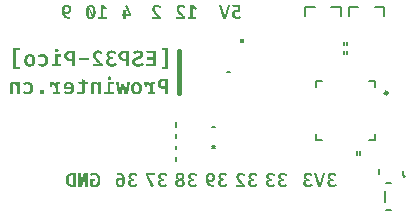
<source format=gbo>
G04*
G04 #@! TF.GenerationSoftware,Altium Limited,Altium Designer,21.6.4 (81)*
G04*
G04 Layer_Color=32896*
%FSLAX44Y44*%
%MOMM*%
G71*
G04*
G04 #@! TF.SameCoordinates,711A6483-5E67-4E50-9913-089A3A40D486*
G04*
G04*
G04 #@! TF.FilePolarity,Positive*
G04*
G01*
G75*
%ADD11C,0.2500*%
%ADD12C,0.1524*%
%ADD13C,0.1270*%
%ADD14C,0.2000*%
%ADD62C,0.3810*%
G36*
X267197Y18780D02*
X267573Y18724D01*
X267930Y18649D01*
X268269Y18555D01*
X268588Y18442D01*
X268889Y18311D01*
X269171Y18160D01*
X269434Y18029D01*
X269660Y17878D01*
X269866Y17728D01*
X270054Y17596D01*
X270186Y17484D01*
X270317Y17390D01*
X270393Y17314D01*
X270449Y17258D01*
X270468Y17239D01*
X269340Y16018D01*
X269096Y16206D01*
X268870Y16375D01*
X268682Y16506D01*
X268494Y16600D01*
X268363Y16694D01*
X268250Y16751D01*
X268175Y16769D01*
X268156Y16788D01*
X267949Y16863D01*
X267742Y16939D01*
X267536Y16976D01*
X267348Y16995D01*
X267197Y17014D01*
X267066Y17033D01*
X266953D01*
X266671Y17014D01*
X266408Y16976D01*
X266182Y16901D01*
X265994Y16826D01*
X265844Y16751D01*
X265750Y16675D01*
X265675Y16638D01*
X265656Y16619D01*
X265487Y16450D01*
X265355Y16262D01*
X265280Y16074D01*
X265205Y15886D01*
X265167Y15736D01*
X265149Y15585D01*
Y15510D01*
Y15472D01*
X265167Y15191D01*
X265224Y14946D01*
X265318Y14721D01*
X265412Y14551D01*
X265506Y14420D01*
X265600Y14307D01*
X265656Y14251D01*
X265675Y14232D01*
X265882Y14100D01*
X266088Y13987D01*
X266314Y13912D01*
X266521Y13875D01*
X266709Y13837D01*
X266859Y13818D01*
X267836D01*
X268062Y12146D01*
X266915D01*
X266558Y12127D01*
X266239Y12070D01*
X265957Y11976D01*
X265731Y11864D01*
X265525Y11713D01*
X265374Y11563D01*
X265224Y11394D01*
X265130Y11224D01*
X265036Y11055D01*
X264979Y10886D01*
X264923Y10736D01*
X264904Y10585D01*
X264885Y10473D01*
X264867Y10379D01*
Y10322D01*
Y10303D01*
X264885Y9984D01*
X264961Y9702D01*
X265055Y9458D01*
X265149Y9251D01*
X265261Y9082D01*
X265355Y8969D01*
X265431Y8894D01*
X265449Y8875D01*
X265675Y8706D01*
X265938Y8574D01*
X266201Y8499D01*
X266446Y8424D01*
X266671Y8386D01*
X266859Y8367D01*
X267028D01*
X267272Y8386D01*
X267517Y8405D01*
X267742Y8443D01*
X267930Y8499D01*
X268099Y8555D01*
X268212Y8593D01*
X268288Y8612D01*
X268325Y8631D01*
X268551Y8743D01*
X268757Y8875D01*
X268945Y9025D01*
X269114Y9176D01*
X269265Y9307D01*
X269378Y9420D01*
X269453Y9495D01*
X269472Y9514D01*
X270806Y8349D01*
X270524Y8029D01*
X270242Y7747D01*
X269942Y7522D01*
X269678Y7334D01*
X269453Y7202D01*
X269265Y7089D01*
X269190Y7052D01*
X269133Y7033D01*
X269114Y7014D01*
X269096D01*
X268701Y6883D01*
X268325Y6770D01*
X267968Y6695D01*
X267630Y6657D01*
X267329Y6619D01*
X267216D01*
X267103Y6601D01*
X266915D01*
X266464Y6619D01*
X266032Y6676D01*
X265656Y6751D01*
X265318Y6845D01*
X265055Y6920D01*
X264942Y6958D01*
X264848Y6995D01*
X264773Y7033D01*
X264716Y7052D01*
X264697Y7071D01*
X264679D01*
X264321Y7259D01*
X264021Y7465D01*
X263758Y7691D01*
X263551Y7898D01*
X263382Y8086D01*
X263250Y8236D01*
X263175Y8330D01*
X263156Y8367D01*
X262968Y8687D01*
X262837Y9007D01*
X262743Y9326D01*
X262686Y9608D01*
X262630Y9871D01*
X262611Y10059D01*
Y10134D01*
Y10191D01*
Y10209D01*
Y10228D01*
X262649Y10698D01*
X262743Y11112D01*
X262855Y11469D01*
X263006Y11770D01*
X263156Y12014D01*
X263269Y12183D01*
X263363Y12277D01*
X263400Y12315D01*
X263701Y12578D01*
X264021Y12766D01*
X264321Y12897D01*
X264604Y12991D01*
X264867Y13067D01*
X265055Y13085D01*
X265130Y13104D01*
X265243D01*
X264904Y13142D01*
X264604Y13236D01*
X264340Y13367D01*
X264096Y13518D01*
X263908Y13649D01*
X263758Y13781D01*
X263682Y13856D01*
X263645Y13894D01*
X263419Y14194D01*
X263250Y14495D01*
X263137Y14815D01*
X263043Y15115D01*
X263006Y15360D01*
X262987Y15566D01*
X262968Y15642D01*
Y15698D01*
Y15736D01*
Y15754D01*
X262987Y16055D01*
X263043Y16337D01*
X263119Y16600D01*
X263194Y16826D01*
X263288Y17014D01*
X263363Y17164D01*
X263419Y17239D01*
X263438Y17277D01*
X263626Y17521D01*
X263852Y17747D01*
X264077Y17935D01*
X264284Y18104D01*
X264491Y18217D01*
X264641Y18311D01*
X264754Y18367D01*
X264773Y18386D01*
X264791D01*
X265130Y18517D01*
X265468Y18630D01*
X265806Y18705D01*
X266126Y18743D01*
X266389Y18780D01*
X266615Y18799D01*
X266803D01*
X267197Y18780D01*
D02*
G37*
G36*
X246860D02*
X247236Y18724D01*
X247593Y18649D01*
X247931Y18555D01*
X248251Y18442D01*
X248552Y18311D01*
X248834Y18160D01*
X249097Y18029D01*
X249322Y17878D01*
X249529Y17728D01*
X249717Y17596D01*
X249849Y17484D01*
X249980Y17390D01*
X250055Y17314D01*
X250112Y17258D01*
X250131Y17239D01*
X249003Y16018D01*
X248759Y16206D01*
X248533Y16375D01*
X248345Y16506D01*
X248157Y16600D01*
X248025Y16694D01*
X247913Y16751D01*
X247838Y16769D01*
X247819Y16788D01*
X247612Y16863D01*
X247405Y16939D01*
X247198Y16976D01*
X247010Y16995D01*
X246860Y17014D01*
X246728Y17033D01*
X246616D01*
X246334Y17014D01*
X246071Y16976D01*
X245845Y16901D01*
X245657Y16826D01*
X245507Y16751D01*
X245413Y16675D01*
X245338Y16638D01*
X245319Y16619D01*
X245150Y16450D01*
X245018Y16262D01*
X244943Y16074D01*
X244868Y15886D01*
X244830Y15736D01*
X244811Y15585D01*
Y15510D01*
Y15472D01*
X244830Y15191D01*
X244886Y14946D01*
X244981Y14721D01*
X245074Y14551D01*
X245168Y14420D01*
X245262Y14307D01*
X245319Y14251D01*
X245338Y14232D01*
X245544Y14100D01*
X245751Y13987D01*
X245977Y13912D01*
X246183Y13875D01*
X246371Y13837D01*
X246522Y13818D01*
X247499D01*
X247725Y12146D01*
X246578D01*
X246221Y12127D01*
X245902Y12070D01*
X245620Y11976D01*
X245394Y11864D01*
X245187Y11713D01*
X245037Y11563D01*
X244886Y11394D01*
X244792Y11224D01*
X244699Y11055D01*
X244642Y10886D01*
X244586Y10736D01*
X244567Y10585D01*
X244548Y10473D01*
X244529Y10379D01*
Y10322D01*
Y10303D01*
X244548Y9984D01*
X244623Y9702D01*
X244717Y9458D01*
X244811Y9251D01*
X244924Y9082D01*
X245018Y8969D01*
X245093Y8894D01*
X245112Y8875D01*
X245338Y8706D01*
X245601Y8574D01*
X245864Y8499D01*
X246108Y8424D01*
X246334Y8386D01*
X246522Y8367D01*
X246691D01*
X246935Y8386D01*
X247180Y8405D01*
X247405Y8443D01*
X247593Y8499D01*
X247762Y8555D01*
X247875Y8593D01*
X247950Y8612D01*
X247988Y8631D01*
X248213Y8743D01*
X248420Y8875D01*
X248608Y9025D01*
X248777Y9176D01*
X248928Y9307D01*
X249040Y9420D01*
X249116Y9495D01*
X249134Y9514D01*
X250469Y8349D01*
X250187Y8029D01*
X249905Y7747D01*
X249604Y7522D01*
X249341Y7334D01*
X249116Y7202D01*
X248928Y7089D01*
X248852Y7052D01*
X248796Y7033D01*
X248777Y7014D01*
X248759D01*
X248364Y6883D01*
X247988Y6770D01*
X247631Y6695D01*
X247292Y6657D01*
X246992Y6619D01*
X246879D01*
X246766Y6601D01*
X246578D01*
X246127Y6619D01*
X245695Y6676D01*
X245319Y6751D01*
X244981Y6845D01*
X244717Y6920D01*
X244604Y6958D01*
X244511Y6995D01*
X244435Y7033D01*
X244379Y7052D01*
X244360Y7071D01*
X244341D01*
X243984Y7259D01*
X243683Y7465D01*
X243420Y7691D01*
X243214Y7898D01*
X243044Y8086D01*
X242913Y8236D01*
X242838Y8330D01*
X242819Y8367D01*
X242631Y8687D01*
X242499Y9007D01*
X242405Y9326D01*
X242349Y9608D01*
X242293Y9871D01*
X242274Y10059D01*
Y10134D01*
Y10191D01*
Y10209D01*
Y10228D01*
X242311Y10698D01*
X242405Y11112D01*
X242518Y11469D01*
X242669Y11770D01*
X242819Y12014D01*
X242932Y12183D01*
X243026Y12277D01*
X243063Y12315D01*
X243364Y12578D01*
X243683Y12766D01*
X243984Y12897D01*
X244266Y12991D01*
X244529Y13067D01*
X244717Y13085D01*
X244792Y13104D01*
X244905D01*
X244567Y13142D01*
X244266Y13236D01*
X244003Y13367D01*
X243759Y13518D01*
X243571Y13649D01*
X243420Y13781D01*
X243345Y13856D01*
X243308Y13894D01*
X243082Y14194D01*
X242913Y14495D01*
X242800Y14815D01*
X242706Y15115D01*
X242669Y15360D01*
X242650Y15566D01*
X242631Y15642D01*
Y15698D01*
Y15736D01*
Y15754D01*
X242650Y16055D01*
X242706Y16337D01*
X242781Y16600D01*
X242857Y16826D01*
X242950Y17014D01*
X243026Y17164D01*
X243082Y17239D01*
X243101Y17277D01*
X243289Y17521D01*
X243514Y17747D01*
X243740Y17935D01*
X243947Y18104D01*
X244153Y18217D01*
X244304Y18311D01*
X244417Y18367D01*
X244435Y18386D01*
X244454D01*
X244792Y18517D01*
X245131Y18630D01*
X245469Y18705D01*
X245789Y18743D01*
X246052Y18780D01*
X246277Y18799D01*
X246465D01*
X246860Y18780D01*
D02*
G37*
G36*
X257348Y6808D02*
X254923D01*
X251239Y18574D01*
X253495D01*
X256108Y8969D01*
X258683Y18574D01*
X261032D01*
X257348Y6808D01*
D02*
G37*
G36*
X200079Y18780D02*
X200455Y18724D01*
X200812Y18649D01*
X201151Y18555D01*
X201470Y18442D01*
X201771Y18311D01*
X202053Y18160D01*
X202316Y18029D01*
X202542Y17878D01*
X202748Y17728D01*
X202936Y17596D01*
X203068Y17484D01*
X203199Y17390D01*
X203274Y17314D01*
X203331Y17258D01*
X203350Y17239D01*
X202222Y16018D01*
X201978Y16206D01*
X201752Y16375D01*
X201564Y16506D01*
X201376Y16600D01*
X201245Y16694D01*
X201132Y16751D01*
X201057Y16769D01*
X201038Y16788D01*
X200831Y16863D01*
X200624Y16939D01*
X200417Y16976D01*
X200229Y16995D01*
X200079Y17014D01*
X199948Y17033D01*
X199835D01*
X199553Y17014D01*
X199290Y16976D01*
X199064Y16901D01*
X198876Y16826D01*
X198726Y16751D01*
X198632Y16675D01*
X198557Y16638D01*
X198538Y16619D01*
X198369Y16450D01*
X198237Y16262D01*
X198162Y16074D01*
X198087Y15886D01*
X198049Y15736D01*
X198030Y15585D01*
Y15510D01*
Y15472D01*
X198049Y15191D01*
X198106Y14946D01*
X198200Y14721D01*
X198294Y14551D01*
X198388Y14420D01*
X198482Y14307D01*
X198538Y14251D01*
X198557Y14232D01*
X198764Y14100D01*
X198970Y13987D01*
X199196Y13912D01*
X199403Y13875D01*
X199590Y13837D01*
X199741Y13818D01*
X200718D01*
X200944Y12146D01*
X199797D01*
X199440Y12127D01*
X199121Y12070D01*
X198839Y11976D01*
X198613Y11864D01*
X198406Y11713D01*
X198256Y11563D01*
X198106Y11394D01*
X198012Y11224D01*
X197918Y11055D01*
X197861Y10886D01*
X197805Y10736D01*
X197786Y10585D01*
X197767Y10473D01*
X197749Y10379D01*
Y10322D01*
Y10303D01*
X197767Y9984D01*
X197843Y9702D01*
X197936Y9458D01*
X198030Y9251D01*
X198143Y9082D01*
X198237Y8969D01*
X198312Y8894D01*
X198331Y8875D01*
X198557Y8706D01*
X198820Y8574D01*
X199083Y8499D01*
X199327Y8424D01*
X199553Y8386D01*
X199741Y8367D01*
X199910D01*
X200154Y8386D01*
X200399Y8405D01*
X200624Y8443D01*
X200812Y8499D01*
X200981Y8555D01*
X201094Y8593D01*
X201169Y8612D01*
X201207Y8631D01*
X201432Y8743D01*
X201639Y8875D01*
X201827Y9025D01*
X201996Y9176D01*
X202147Y9307D01*
X202260Y9420D01*
X202335Y9495D01*
X202353Y9514D01*
X203688Y8349D01*
X203406Y8029D01*
X203124Y7747D01*
X202823Y7522D01*
X202560Y7334D01*
X202335Y7202D01*
X202147Y7089D01*
X202072Y7052D01*
X202015Y7033D01*
X201996Y7014D01*
X201978D01*
X201583Y6883D01*
X201207Y6770D01*
X200850Y6695D01*
X200511Y6657D01*
X200211Y6619D01*
X200098D01*
X199985Y6601D01*
X199797D01*
X199346Y6619D01*
X198914Y6676D01*
X198538Y6751D01*
X198200Y6845D01*
X197936Y6920D01*
X197824Y6958D01*
X197730Y6995D01*
X197654Y7033D01*
X197598Y7052D01*
X197579Y7071D01*
X197561D01*
X197203Y7259D01*
X196903Y7465D01*
X196639Y7691D01*
X196433Y7898D01*
X196264Y8086D01*
X196132Y8236D01*
X196057Y8330D01*
X196038Y8367D01*
X195850Y8687D01*
X195718Y9007D01*
X195625Y9326D01*
X195568Y9608D01*
X195512Y9871D01*
X195493Y10059D01*
Y10134D01*
Y10191D01*
Y10209D01*
Y10228D01*
X195530Y10698D01*
X195625Y11112D01*
X195737Y11469D01*
X195888Y11770D01*
X196038Y12014D01*
X196151Y12183D01*
X196245Y12277D01*
X196282Y12315D01*
X196583Y12578D01*
X196903Y12766D01*
X197203Y12897D01*
X197485Y12991D01*
X197749Y13067D01*
X197936Y13085D01*
X198012Y13104D01*
X198124D01*
X197786Y13142D01*
X197485Y13236D01*
X197222Y13367D01*
X196978Y13518D01*
X196790Y13649D01*
X196639Y13781D01*
X196564Y13856D01*
X196527Y13894D01*
X196301Y14194D01*
X196132Y14495D01*
X196019Y14815D01*
X195925Y15115D01*
X195888Y15360D01*
X195869Y15566D01*
X195850Y15642D01*
Y15698D01*
Y15736D01*
Y15754D01*
X195869Y16055D01*
X195925Y16337D01*
X196000Y16600D01*
X196076Y16826D01*
X196170Y17014D01*
X196245Y17164D01*
X196301Y17239D01*
X196320Y17277D01*
X196508Y17521D01*
X196733Y17747D01*
X196959Y17935D01*
X197166Y18104D01*
X197373Y18217D01*
X197523Y18311D01*
X197636Y18367D01*
X197654Y18386D01*
X197673D01*
X198012Y18517D01*
X198350Y18630D01*
X198688Y18705D01*
X199008Y18743D01*
X199271Y18780D01*
X199496Y18799D01*
X199685D01*
X200079Y18780D01*
D02*
G37*
G36*
X189929D02*
X190343Y18724D01*
X190719Y18649D01*
X191038Y18574D01*
X191301Y18480D01*
X191489Y18405D01*
X191565Y18367D01*
X191621Y18348D01*
X191640Y18329D01*
X191659D01*
X191997Y18141D01*
X192298Y17916D01*
X192580Y17672D01*
X192824Y17427D01*
X193031Y17202D01*
X193181Y17033D01*
X193237Y16957D01*
X193275Y16901D01*
X193313Y16882D01*
Y16863D01*
X191922Y15792D01*
X191696Y16036D01*
X191489Y16224D01*
X191301Y16393D01*
X191132Y16525D01*
X191001Y16619D01*
X190907Y16675D01*
X190832Y16713D01*
X190813Y16732D01*
X190625Y16826D01*
X190418Y16882D01*
X190211Y16939D01*
X190023Y16957D01*
X189854Y16976D01*
X189723Y16995D01*
X189610D01*
X189328Y16976D01*
X189083Y16920D01*
X188877Y16845D01*
X188689Y16769D01*
X188557Y16694D01*
X188444Y16619D01*
X188388Y16563D01*
X188369Y16544D01*
X188219Y16356D01*
X188106Y16168D01*
X188031Y15961D01*
X187975Y15754D01*
X187937Y15585D01*
X187918Y15435D01*
Y15341D01*
Y15303D01*
X187937Y15002D01*
X187993Y14702D01*
X188050Y14420D01*
X188125Y14175D01*
X188219Y13969D01*
X188275Y13800D01*
X188332Y13706D01*
X188351Y13687D01*
Y13668D01*
X188538Y13367D01*
X188745Y13029D01*
X188990Y12709D01*
X189234Y12390D01*
X189459Y12127D01*
X189647Y11901D01*
X189723Y11826D01*
X189779Y11770D01*
X189798Y11732D01*
X189817Y11713D01*
X190023Y11488D01*
X190249Y11243D01*
X190775Y10717D01*
X191301Y10172D01*
X191828Y9646D01*
X192091Y9401D01*
X192316Y9176D01*
X192523Y8969D01*
X192711Y8800D01*
X192861Y8650D01*
X192974Y8537D01*
X193050Y8461D01*
X193068Y8443D01*
Y6808D01*
X185644D01*
X185418Y8612D01*
X190606D01*
X190268Y8875D01*
X189948Y9138D01*
X189647Y9383D01*
X189366Y9627D01*
X189102Y9852D01*
X188858Y10078D01*
X188651Y10285D01*
X188444Y10454D01*
X188275Y10623D01*
X188125Y10773D01*
X187993Y10905D01*
X187881Y11018D01*
X187805Y11112D01*
X187749Y11168D01*
X187711Y11206D01*
X187693Y11224D01*
X187317Y11657D01*
X187016Y12070D01*
X186753Y12428D01*
X186527Y12747D01*
X186377Y13010D01*
X186264Y13217D01*
X186227Y13292D01*
X186189Y13348D01*
X186170Y13367D01*
Y13386D01*
X186001Y13762D01*
X185888Y14119D01*
X185794Y14457D01*
X185738Y14777D01*
X185700Y15040D01*
X185681Y15228D01*
Y15322D01*
Y15378D01*
Y15397D01*
Y15416D01*
X185700Y15754D01*
X185757Y16074D01*
X185832Y16375D01*
X185907Y16619D01*
X185982Y16826D01*
X186057Y16995D01*
X186114Y17089D01*
X186133Y17126D01*
X186320Y17408D01*
X186527Y17634D01*
X186753Y17859D01*
X186960Y18029D01*
X187148Y18160D01*
X187298Y18273D01*
X187411Y18329D01*
X187430Y18348D01*
X187448D01*
X187787Y18499D01*
X188125Y18611D01*
X188463Y18686D01*
X188783Y18743D01*
X189065Y18780D01*
X189290Y18799D01*
X189478D01*
X189929Y18780D01*
D02*
G37*
G36*
X59855Y6808D02*
X57807D01*
Y12164D01*
X57825Y12879D01*
X57844Y13612D01*
X57882Y14345D01*
X57919Y14702D01*
X57938Y15040D01*
X57957Y15341D01*
X57994Y15642D01*
X58013Y15886D01*
X58032Y16112D01*
X58051Y16299D01*
Y16431D01*
X58070Y16506D01*
Y16544D01*
X54705Y6808D01*
X51905D01*
Y18574D01*
X53953D01*
Y13217D01*
Y12728D01*
X53935Y12277D01*
Y11882D01*
X53916Y11525D01*
X53897Y11243D01*
Y11130D01*
Y11037D01*
X53878Y10943D01*
Y10886D01*
Y10867D01*
Y10849D01*
X53841Y10473D01*
X53822Y10115D01*
X53784Y9777D01*
X53747Y9477D01*
X53728Y9213D01*
X53709Y9007D01*
Y8931D01*
X53690Y8875D01*
Y8856D01*
Y8837D01*
X57055Y18574D01*
X59855D01*
Y6808D01*
D02*
G37*
G36*
X65945Y18762D02*
X66434Y18686D01*
X66866Y18574D01*
X67261Y18442D01*
X67430Y18367D01*
X67580Y18311D01*
X67712Y18254D01*
X67825Y18198D01*
X67919Y18160D01*
X67975Y18123D01*
X68013Y18085D01*
X68032D01*
X68445Y17803D01*
X68821Y17465D01*
X69141Y17126D01*
X69422Y16788D01*
X69629Y16487D01*
X69704Y16356D01*
X69780Y16243D01*
X69836Y16149D01*
X69874Y16074D01*
X69911Y16036D01*
Y16018D01*
X70137Y15491D01*
X70306Y14927D01*
X70419Y14363D01*
X70494Y13856D01*
X70532Y13612D01*
X70550Y13386D01*
X70569Y13198D01*
Y13029D01*
X70588Y12897D01*
Y12803D01*
Y12728D01*
Y12709D01*
X70569Y12164D01*
X70532Y11657D01*
X70475Y11187D01*
X70381Y10736D01*
X70287Y10322D01*
X70193Y9965D01*
X70080Y9627D01*
X69949Y9307D01*
X69836Y9044D01*
X69723Y8819D01*
X69629Y8612D01*
X69517Y8443D01*
X69441Y8330D01*
X69385Y8236D01*
X69347Y8180D01*
X69328Y8161D01*
X69084Y7879D01*
X68802Y7653D01*
X68520Y7447D01*
X68238Y7259D01*
X67938Y7108D01*
X67637Y6977D01*
X67336Y6883D01*
X67054Y6789D01*
X66791Y6732D01*
X66547Y6676D01*
X66321Y6657D01*
X66133Y6619D01*
X65983D01*
X65851Y6601D01*
X65757D01*
X65325Y6619D01*
X64930Y6638D01*
X64573Y6676D01*
X64272Y6732D01*
X64009Y6789D01*
X63821Y6826D01*
X63746Y6845D01*
X63690D01*
X63671Y6864D01*
X63652D01*
X63295Y6977D01*
X62957Y7108D01*
X62637Y7259D01*
X62336Y7390D01*
X62092Y7503D01*
X61904Y7597D01*
X61829Y7635D01*
X61772Y7672D01*
X61754Y7691D01*
X61735D01*
Y13499D01*
X66096D01*
X65870Y11713D01*
X63953D01*
Y8800D01*
X64235Y8668D01*
X64517Y8555D01*
X64799Y8480D01*
X65062Y8443D01*
X65306Y8405D01*
X65494Y8386D01*
X65663D01*
X65889Y8405D01*
X66114Y8424D01*
X66509Y8537D01*
X66848Y8706D01*
X67111Y8894D01*
X67336Y9063D01*
X67487Y9232D01*
X67562Y9345D01*
X67599Y9364D01*
Y9383D01*
X67712Y9589D01*
X67806Y9815D01*
X67900Y10059D01*
X67975Y10322D01*
X68088Y10867D01*
X68163Y11413D01*
X68182Y11676D01*
X68201Y11920D01*
X68220Y12146D01*
Y12334D01*
X68238Y12484D01*
Y12615D01*
Y12691D01*
Y12709D01*
X68220Y13123D01*
X68201Y13499D01*
X68163Y13837D01*
X68107Y14157D01*
X68050Y14457D01*
X67975Y14721D01*
X67900Y14965D01*
X67825Y15172D01*
X67750Y15360D01*
X67693Y15529D01*
X67618Y15660D01*
X67562Y15773D01*
X67505Y15848D01*
X67468Y15905D01*
X67430Y15942D01*
Y15961D01*
X67280Y16149D01*
X67111Y16299D01*
X66941Y16431D01*
X66772Y16544D01*
X66415Y16732D01*
X66096Y16845D01*
X65795Y16920D01*
X65682Y16939D01*
X65569Y16957D01*
X65475Y16976D01*
X65137D01*
X64930Y16939D01*
X64724Y16901D01*
X64573Y16863D01*
X64423Y16826D01*
X64329Y16788D01*
X64254Y16769D01*
X64235Y16751D01*
X64028Y16657D01*
X63840Y16544D01*
X63633Y16431D01*
X63464Y16318D01*
X63314Y16206D01*
X63201Y16112D01*
X63107Y16055D01*
X63088Y16036D01*
X61848Y17314D01*
X62148Y17596D01*
X62430Y17841D01*
X62712Y18029D01*
X62957Y18198D01*
X63163Y18311D01*
X63314Y18405D01*
X63427Y18442D01*
X63445Y18461D01*
X63464D01*
X63784Y18574D01*
X64103Y18649D01*
X64442Y18724D01*
X64742Y18762D01*
X65005Y18780D01*
X65231Y18799D01*
X65419D01*
X65945Y18762D01*
D02*
G37*
G36*
X49687Y6808D02*
X46717D01*
X46285Y6826D01*
X45871Y6864D01*
X45476Y6920D01*
X45100Y7014D01*
X44762Y7108D01*
X44424Y7221D01*
X44142Y7334D01*
X43860Y7465D01*
X43616Y7578D01*
X43409Y7691D01*
X43221Y7804D01*
X43071Y7898D01*
X42939Y7992D01*
X42864Y8048D01*
X42807Y8086D01*
X42789Y8104D01*
X42507Y8367D01*
X42262Y8687D01*
X42056Y9025D01*
X41868Y9383D01*
X41717Y9777D01*
X41586Y10153D01*
X41492Y10548D01*
X41398Y10924D01*
X41341Y11300D01*
X41285Y11638D01*
X41266Y11958D01*
X41228Y12221D01*
Y12446D01*
X41210Y12615D01*
Y12728D01*
Y12766D01*
X41228Y13367D01*
X41285Y13912D01*
X41360Y14420D01*
X41454Y14871D01*
X41567Y15284D01*
X41717Y15660D01*
X41849Y15999D01*
X41999Y16281D01*
X42150Y16525D01*
X42281Y16751D01*
X42413Y16920D01*
X42544Y17070D01*
X42638Y17183D01*
X42713Y17258D01*
X42770Y17296D01*
X42789Y17314D01*
X43089Y17540D01*
X43409Y17728D01*
X43747Y17897D01*
X44085Y18047D01*
X44424Y18160D01*
X44762Y18273D01*
X45420Y18423D01*
X45721Y18461D01*
X46003Y18499D01*
X46247Y18536D01*
X46473Y18555D01*
X46642Y18574D01*
X49687D01*
Y6808D01*
D02*
G37*
G36*
X149051Y18780D02*
X149427Y18724D01*
X149784Y18649D01*
X150123Y18555D01*
X150442Y18442D01*
X150743Y18311D01*
X151025Y18160D01*
X151288Y18029D01*
X151514Y17878D01*
X151720Y17728D01*
X151908Y17596D01*
X152040Y17484D01*
X152171Y17390D01*
X152247Y17314D01*
X152303Y17258D01*
X152322Y17239D01*
X151194Y16018D01*
X150950Y16206D01*
X150724Y16375D01*
X150536Y16506D01*
X150348Y16600D01*
X150217Y16694D01*
X150104Y16751D01*
X150029Y16769D01*
X150010Y16788D01*
X149803Y16863D01*
X149596Y16939D01*
X149390Y16976D01*
X149202Y16995D01*
X149051Y17014D01*
X148920Y17033D01*
X148807D01*
X148525Y17014D01*
X148262Y16976D01*
X148036Y16901D01*
X147848Y16826D01*
X147698Y16751D01*
X147604Y16675D01*
X147529Y16638D01*
X147510Y16619D01*
X147341Y16450D01*
X147209Y16262D01*
X147134Y16074D01*
X147059Y15886D01*
X147021Y15736D01*
X147003Y15585D01*
Y15510D01*
Y15472D01*
X147021Y15191D01*
X147078Y14946D01*
X147172Y14721D01*
X147266Y14551D01*
X147360Y14420D01*
X147454Y14307D01*
X147510Y14251D01*
X147529Y14232D01*
X147736Y14100D01*
X147942Y13987D01*
X148168Y13912D01*
X148375Y13875D01*
X148563Y13837D01*
X148713Y13818D01*
X149690D01*
X149916Y12146D01*
X148769D01*
X148412Y12127D01*
X148093Y12070D01*
X147811Y11976D01*
X147585Y11864D01*
X147379Y11713D01*
X147228Y11563D01*
X147078Y11394D01*
X146984Y11224D01*
X146890Y11055D01*
X146833Y10886D01*
X146777Y10736D01*
X146758Y10585D01*
X146739Y10473D01*
X146721Y10379D01*
Y10322D01*
Y10303D01*
X146739Y9984D01*
X146815Y9702D01*
X146909Y9458D01*
X147003Y9251D01*
X147115Y9082D01*
X147209Y8969D01*
X147284Y8894D01*
X147303Y8875D01*
X147529Y8706D01*
X147792Y8574D01*
X148055Y8499D01*
X148300Y8424D01*
X148525Y8386D01*
X148713Y8367D01*
X148882D01*
X149127Y8386D01*
X149371Y8405D01*
X149596Y8443D01*
X149784Y8499D01*
X149953Y8555D01*
X150066Y8593D01*
X150141Y8612D01*
X150179Y8631D01*
X150405Y8743D01*
X150611Y8875D01*
X150799Y9025D01*
X150969Y9176D01*
X151119Y9307D01*
X151232Y9420D01*
X151307Y9495D01*
X151326Y9514D01*
X152660Y8349D01*
X152378Y8029D01*
X152096Y7747D01*
X151796Y7522D01*
X151532Y7334D01*
X151307Y7202D01*
X151119Y7089D01*
X151044Y7052D01*
X150987Y7033D01*
X150969Y7014D01*
X150950D01*
X150555Y6883D01*
X150179Y6770D01*
X149822Y6695D01*
X149484Y6657D01*
X149183Y6619D01*
X149070D01*
X148957Y6601D01*
X148769D01*
X148318Y6619D01*
X147886Y6676D01*
X147510Y6751D01*
X147172Y6845D01*
X146909Y6920D01*
X146796Y6958D01*
X146702Y6995D01*
X146627Y7033D01*
X146570Y7052D01*
X146551Y7071D01*
X146533D01*
X146175Y7259D01*
X145875Y7465D01*
X145612Y7691D01*
X145405Y7898D01*
X145236Y8086D01*
X145104Y8236D01*
X145029Y8330D01*
X145010Y8367D01*
X144822Y8687D01*
X144691Y9007D01*
X144597Y9326D01*
X144540Y9608D01*
X144484Y9871D01*
X144465Y10059D01*
Y10134D01*
Y10191D01*
Y10209D01*
Y10228D01*
X144503Y10698D01*
X144597Y11112D01*
X144709Y11469D01*
X144860Y11770D01*
X145010Y12014D01*
X145123Y12183D01*
X145217Y12277D01*
X145254Y12315D01*
X145555Y12578D01*
X145875Y12766D01*
X146175Y12897D01*
X146458Y12991D01*
X146721Y13067D01*
X146909Y13085D01*
X146984Y13104D01*
X147097D01*
X146758Y13142D01*
X146458Y13236D01*
X146194Y13367D01*
X145950Y13518D01*
X145762Y13649D01*
X145612Y13781D01*
X145536Y13856D01*
X145499Y13894D01*
X145273Y14194D01*
X145104Y14495D01*
X144991Y14815D01*
X144897Y15115D01*
X144860Y15360D01*
X144841Y15566D01*
X144822Y15642D01*
Y15698D01*
Y15736D01*
Y15754D01*
X144841Y16055D01*
X144897Y16337D01*
X144973Y16600D01*
X145048Y16826D01*
X145142Y17014D01*
X145217Y17164D01*
X145273Y17239D01*
X145292Y17277D01*
X145480Y17521D01*
X145706Y17747D01*
X145931Y17935D01*
X146138Y18104D01*
X146345Y18217D01*
X146495Y18311D01*
X146608Y18367D01*
X146627Y18386D01*
X146645D01*
X146984Y18517D01*
X147322Y18630D01*
X147660Y18705D01*
X147980Y18743D01*
X148243Y18780D01*
X148469Y18799D01*
X148657D01*
X149051Y18780D01*
D02*
G37*
G36*
X138338D02*
X138676Y18743D01*
X138977Y18686D01*
X139259Y18611D01*
X139484Y18536D01*
X139653Y18480D01*
X139766Y18442D01*
X139785Y18423D01*
X139804D01*
X140104Y18273D01*
X140386Y18104D01*
X140631Y17916D01*
X140819Y17747D01*
X140988Y17578D01*
X141101Y17446D01*
X141176Y17371D01*
X141195Y17333D01*
X141364Y17051D01*
X141495Y16769D01*
X141589Y16469D01*
X141646Y16206D01*
X141683Y15961D01*
X141721Y15773D01*
Y15698D01*
Y15642D01*
Y15623D01*
Y15604D01*
X141702Y15247D01*
X141646Y14927D01*
X141589Y14627D01*
X141495Y14401D01*
X141420Y14213D01*
X141364Y14063D01*
X141307Y13987D01*
X141289Y13950D01*
X141101Y13724D01*
X140894Y13518D01*
X140687Y13348D01*
X140462Y13217D01*
X140274Y13104D01*
X140123Y13029D01*
X140010Y12973D01*
X139992Y12954D01*
X139973D01*
X140368Y12766D01*
X140706Y12578D01*
X141007Y12352D01*
X141251Y12108D01*
X141476Y11864D01*
X141646Y11619D01*
X141796Y11375D01*
X141909Y11149D01*
X142003Y10905D01*
X142078Y10698D01*
X142116Y10510D01*
X142153Y10341D01*
X142172Y10191D01*
X142191Y10097D01*
Y10022D01*
Y10003D01*
X142172Y9646D01*
X142116Y9326D01*
X142040Y9025D01*
X141946Y8762D01*
X141852Y8555D01*
X141777Y8386D01*
X141721Y8292D01*
X141702Y8255D01*
X141495Y7973D01*
X141270Y7747D01*
X141025Y7522D01*
X140800Y7352D01*
X140593Y7221D01*
X140424Y7108D01*
X140311Y7052D01*
X140292Y7033D01*
X140274D01*
X139898Y6883D01*
X139522Y6789D01*
X139146Y6714D01*
X138789Y6657D01*
X138488Y6619D01*
X138356D01*
X138244Y6601D01*
X138018D01*
X137548Y6619D01*
X137135Y6676D01*
X136740Y6732D01*
X136420Y6826D01*
X136157Y6901D01*
X135950Y6958D01*
X135875Y6995D01*
X135819Y7014D01*
X135800Y7033D01*
X135781D01*
X135443Y7221D01*
X135142Y7409D01*
X134898Y7616D01*
X134691Y7822D01*
X134522Y7992D01*
X134409Y8142D01*
X134334Y8236D01*
X134315Y8274D01*
X134146Y8574D01*
X134015Y8894D01*
X133920Y9194D01*
X133845Y9477D01*
X133808Y9702D01*
X133789Y9890D01*
Y9965D01*
Y10022D01*
Y10040D01*
Y10059D01*
X133808Y10435D01*
X133883Y10792D01*
X133996Y11112D01*
X134108Y11394D01*
X134221Y11600D01*
X134334Y11770D01*
X134409Y11882D01*
X134428Y11920D01*
X134672Y12202D01*
X134954Y12465D01*
X135236Y12672D01*
X135518Y12841D01*
X135763Y12973D01*
X135950Y13067D01*
X136026Y13104D01*
X136082Y13123D01*
X136120Y13142D01*
X136138D01*
X135819Y13311D01*
X135537Y13480D01*
X135293Y13649D01*
X135105Y13818D01*
X134954Y13969D01*
X134841Y14081D01*
X134766Y14175D01*
X134748Y14194D01*
X134578Y14439D01*
X134466Y14702D01*
X134372Y14946D01*
X134315Y15191D01*
X134278Y15397D01*
X134259Y15548D01*
Y15660D01*
Y15698D01*
X134278Y16055D01*
X134334Y16375D01*
X134428Y16657D01*
X134522Y16901D01*
X134616Y17108D01*
X134710Y17239D01*
X134766Y17333D01*
X134785Y17371D01*
X134992Y17615D01*
X135218Y17841D01*
X135443Y18029D01*
X135650Y18179D01*
X135838Y18292D01*
X136007Y18367D01*
X136101Y18423D01*
X136120Y18442D01*
X136138D01*
X136458Y18555D01*
X136777Y18649D01*
X137097Y18705D01*
X137379Y18762D01*
X137642Y18780D01*
X137830Y18799D01*
X137999D01*
X138338Y18780D01*
D02*
G37*
G36*
X42352Y161105D02*
X42746Y161049D01*
X43103Y160973D01*
X43404Y160879D01*
X43649Y160786D01*
X43837Y160710D01*
X43912Y160673D01*
X43968Y160654D01*
X43987Y160635D01*
X44006D01*
X44325Y160428D01*
X44626Y160203D01*
X44870Y159977D01*
X45077Y159752D01*
X45246Y159545D01*
X45359Y159376D01*
X45434Y159263D01*
X45453Y159244D01*
Y159226D01*
X45622Y158868D01*
X45754Y158511D01*
X45848Y158154D01*
X45904Y157816D01*
X45942Y157515D01*
X45960Y157402D01*
X45979Y157289D01*
Y157196D01*
Y157139D01*
Y157101D01*
Y157083D01*
X45960Y156669D01*
X45904Y156274D01*
X45848Y155936D01*
X45754Y155635D01*
X45679Y155391D01*
X45622Y155203D01*
X45566Y155090D01*
X45547Y155072D01*
Y155053D01*
X45359Y154752D01*
X45171Y154489D01*
X44964Y154244D01*
X44758Y154057D01*
X44588Y153906D01*
X44438Y153812D01*
X44344Y153737D01*
X44307Y153718D01*
X44006Y153568D01*
X43705Y153455D01*
X43404Y153361D01*
X43122Y153305D01*
X42897Y153267D01*
X42709Y153248D01*
X42540D01*
X42258Y153267D01*
X41976Y153305D01*
X41731Y153361D01*
X41506Y153455D01*
X41092Y153643D01*
X40735Y153869D01*
X40472Y154094D01*
X40378Y154188D01*
X40284Y154282D01*
X40228Y154357D01*
X40171Y154414D01*
X40137Y154448D01*
X40171Y154207D01*
X40247Y153944D01*
X40416Y153455D01*
X40641Y153042D01*
X40867Y152666D01*
X40998Y152515D01*
X41111Y152384D01*
X41205Y152271D01*
X41299Y152177D01*
X41374Y152083D01*
X41431Y152027D01*
X41468Y152008D01*
X41487Y151989D01*
X41713Y151801D01*
X41976Y151632D01*
X42540Y151312D01*
X43122Y151030D01*
X43705Y150805D01*
X43968Y150692D01*
X44231Y150617D01*
X44457Y150542D01*
X44645Y150467D01*
X44814Y150429D01*
X44927Y150391D01*
X45021Y150354D01*
X45040D01*
X44570Y148756D01*
X44118Y148869D01*
X43686Y148982D01*
X43273Y149113D01*
X42897Y149226D01*
X42540Y149358D01*
X42220Y149470D01*
X41919Y149602D01*
X41656Y149715D01*
X41431Y149809D01*
X41224Y149922D01*
X41036Y149997D01*
X40904Y150072D01*
X40792Y150128D01*
X40698Y150185D01*
X40660Y150203D01*
X40641Y150222D01*
X40134Y150579D01*
X39701Y150974D01*
X39344Y151388D01*
X39044Y151763D01*
X38818Y152102D01*
X38743Y152252D01*
X38668Y152384D01*
X38611Y152478D01*
X38574Y152572D01*
X38536Y152609D01*
Y152628D01*
X38405Y152929D01*
X38311Y153230D01*
X38141Y153869D01*
X38010Y154508D01*
X37935Y155128D01*
X37897Y155410D01*
X37878Y155673D01*
X37859Y155899D01*
Y156105D01*
X37841Y156274D01*
Y156387D01*
Y156481D01*
Y156500D01*
X37859Y156895D01*
X37878Y157252D01*
X37935Y157609D01*
X38010Y157929D01*
X38085Y158229D01*
X38179Y158511D01*
X38273Y158774D01*
X38367Y159000D01*
X38461Y159207D01*
X38555Y159376D01*
X38649Y159526D01*
X38724Y159658D01*
X38799Y159752D01*
X38856Y159827D01*
X38874Y159865D01*
X38893Y159883D01*
X39100Y160109D01*
X39325Y160297D01*
X39551Y160466D01*
X39795Y160598D01*
X40059Y160729D01*
X40303Y160823D01*
X40810Y160973D01*
X41036Y161030D01*
X41243Y161068D01*
X41431Y161086D01*
X41600Y161105D01*
X41750Y161124D01*
X41938D01*
X42352Y161105D01*
D02*
G37*
G36*
X174664Y18874D02*
X175040Y18818D01*
X175397Y18743D01*
X175735Y18649D01*
X176055Y18536D01*
X176355Y18405D01*
X176637Y18254D01*
X176901Y18123D01*
X177126Y17972D01*
X177333Y17822D01*
X177521Y17690D01*
X177652Y17578D01*
X177784Y17484D01*
X177859Y17408D01*
X177916Y17352D01*
X177934Y17333D01*
X176807Y16112D01*
X176562Y16299D01*
X176337Y16469D01*
X176149Y16600D01*
X175961Y16694D01*
X175829Y16788D01*
X175716Y16845D01*
X175641Y16863D01*
X175623Y16882D01*
X175416Y16957D01*
X175209Y17033D01*
X175002Y17070D01*
X174814Y17089D01*
X174664Y17108D01*
X174532Y17126D01*
X174419D01*
X174138Y17108D01*
X173874Y17070D01*
X173649Y16995D01*
X173461Y16920D01*
X173311Y16845D01*
X173217Y16769D01*
X173141Y16732D01*
X173123Y16713D01*
X172953Y16544D01*
X172822Y16356D01*
X172747Y16168D01*
X172672Y15980D01*
X172634Y15829D01*
X172615Y15679D01*
Y15604D01*
Y15566D01*
X172634Y15284D01*
X172690Y15040D01*
X172784Y14815D01*
X172878Y14645D01*
X172972Y14514D01*
X173066Y14401D01*
X173123Y14345D01*
X173141Y14326D01*
X173348Y14194D01*
X173555Y14081D01*
X173780Y14006D01*
X173987Y13969D01*
X174175Y13931D01*
X174326Y13912D01*
X175303D01*
X175529Y12240D01*
X174382D01*
X174025Y12221D01*
X173705Y12164D01*
X173423Y12070D01*
X173198Y11958D01*
X172991Y11807D01*
X172841Y11657D01*
X172690Y11488D01*
X172596Y11319D01*
X172502Y11149D01*
X172446Y10980D01*
X172390Y10830D01*
X172371Y10679D01*
X172352Y10567D01*
X172333Y10473D01*
Y10416D01*
Y10397D01*
X172352Y10078D01*
X172427Y9796D01*
X172521Y9552D01*
X172615Y9345D01*
X172728Y9176D01*
X172822Y9063D01*
X172897Y8988D01*
X172916Y8969D01*
X173141Y8800D01*
X173405Y8668D01*
X173668Y8593D01*
X173912Y8518D01*
X174138Y8480D01*
X174326Y8461D01*
X174495D01*
X174739Y8480D01*
X174983Y8499D01*
X175209Y8537D01*
X175397Y8593D01*
X175566Y8650D01*
X175679Y8687D01*
X175754Y8706D01*
X175792Y8725D01*
X176017Y8837D01*
X176224Y8969D01*
X176412Y9119D01*
X176581Y9270D01*
X176731Y9401D01*
X176844Y9514D01*
X176919Y9589D01*
X176938Y9608D01*
X178273Y8443D01*
X177991Y8123D01*
X177709Y7841D01*
X177408Y7616D01*
X177145Y7428D01*
X176919Y7296D01*
X176731Y7183D01*
X176656Y7146D01*
X176600Y7127D01*
X176581Y7108D01*
X176562D01*
X176168Y6977D01*
X175792Y6864D01*
X175434Y6789D01*
X175096Y6751D01*
X174795Y6714D01*
X174683D01*
X174570Y6695D01*
X174382D01*
X173931Y6714D01*
X173498Y6770D01*
X173123Y6845D01*
X172784Y6939D01*
X172521Y7014D01*
X172408Y7052D01*
X172314Y7089D01*
X172239Y7127D01*
X172183Y7146D01*
X172164Y7165D01*
X172145D01*
X171788Y7352D01*
X171487Y7559D01*
X171224Y7785D01*
X171017Y7992D01*
X170848Y8180D01*
X170717Y8330D01*
X170641Y8424D01*
X170623Y8461D01*
X170435Y8781D01*
X170303Y9101D01*
X170209Y9420D01*
X170153Y9702D01*
X170096Y9965D01*
X170078Y10153D01*
Y10228D01*
Y10285D01*
Y10303D01*
Y10322D01*
X170115Y10792D01*
X170209Y11206D01*
X170322Y11563D01*
X170472Y11864D01*
X170623Y12108D01*
X170735Y12277D01*
X170830Y12371D01*
X170867Y12409D01*
X171168Y12672D01*
X171487Y12860D01*
X171788Y12991D01*
X172070Y13085D01*
X172333Y13161D01*
X172521Y13179D01*
X172596Y13198D01*
X172709D01*
X172371Y13236D01*
X172070Y13330D01*
X171807Y13461D01*
X171562Y13612D01*
X171375Y13743D01*
X171224Y13875D01*
X171149Y13950D01*
X171111Y13987D01*
X170886Y14288D01*
X170717Y14589D01*
X170604Y14908D01*
X170510Y15209D01*
X170472Y15454D01*
X170454Y15660D01*
X170435Y15736D01*
Y15792D01*
Y15829D01*
Y15848D01*
X170454Y16149D01*
X170510Y16431D01*
X170585Y16694D01*
X170660Y16920D01*
X170754Y17108D01*
X170830Y17258D01*
X170886Y17333D01*
X170905Y17371D01*
X171093Y17615D01*
X171318Y17841D01*
X171544Y18029D01*
X171751Y18198D01*
X171957Y18311D01*
X172108Y18405D01*
X172220Y18461D01*
X172239Y18480D01*
X172258D01*
X172596Y18611D01*
X172935Y18724D01*
X173273Y18799D01*
X173592Y18837D01*
X173856Y18874D01*
X174081Y18893D01*
X174269D01*
X174664Y18874D01*
D02*
G37*
G36*
X164157Y18856D02*
X164552Y18799D01*
X164909Y18724D01*
X165210Y18630D01*
X165454Y18536D01*
X165642Y18461D01*
X165717Y18423D01*
X165773Y18405D01*
X165792Y18386D01*
X165811D01*
X166131Y18179D01*
X166431Y17953D01*
X166676Y17728D01*
X166882Y17502D01*
X167052Y17296D01*
X167164Y17126D01*
X167239Y17014D01*
X167258Y16995D01*
Y16976D01*
X167427Y16619D01*
X167559Y16262D01*
X167653Y15905D01*
X167709Y15566D01*
X167747Y15266D01*
X167766Y15153D01*
X167785Y15040D01*
Y14946D01*
Y14890D01*
Y14852D01*
Y14833D01*
X167766Y14420D01*
X167709Y14025D01*
X167653Y13687D01*
X167559Y13386D01*
X167484Y13142D01*
X167427Y12954D01*
X167371Y12841D01*
X167352Y12822D01*
Y12803D01*
X167164Y12503D01*
X166976Y12240D01*
X166770Y11995D01*
X166563Y11807D01*
X166394Y11657D01*
X166243Y11563D01*
X166149Y11488D01*
X166112Y11469D01*
X165811Y11319D01*
X165510Y11206D01*
X165210Y11112D01*
X164928Y11055D01*
X164702Y11018D01*
X164514Y10999D01*
X164345D01*
X164063Y11018D01*
X163781Y11055D01*
X163537Y11112D01*
X163311Y11206D01*
X162898Y11394D01*
X162540Y11619D01*
X162277Y11845D01*
X162183Y11939D01*
X162089Y12033D01*
X162033Y12108D01*
X161977Y12164D01*
X161942Y12199D01*
X161977Y11958D01*
X162052Y11694D01*
X162221Y11206D01*
X162446Y10792D01*
X162672Y10416D01*
X162804Y10266D01*
X162916Y10134D01*
X163010Y10022D01*
X163104Y9928D01*
X163179Y9834D01*
X163236Y9777D01*
X163274Y9758D01*
X163292Y9740D01*
X163518Y9552D01*
X163781Y9383D01*
X164345Y9063D01*
X164928Y8781D01*
X165510Y8555D01*
X165773Y8443D01*
X166036Y8367D01*
X166262Y8292D01*
X166450Y8217D01*
X166619Y8180D01*
X166732Y8142D01*
X166826Y8104D01*
X166845D01*
X166375Y6507D01*
X165924Y6619D01*
X165491Y6732D01*
X165078Y6864D01*
X164702Y6977D01*
X164345Y7108D01*
X164025Y7221D01*
X163725Y7352D01*
X163461Y7465D01*
X163236Y7559D01*
X163029Y7672D01*
X162841Y7747D01*
X162710Y7822D01*
X162597Y7879D01*
X162503Y7935D01*
X162465Y7954D01*
X162446Y7973D01*
X161939Y8330D01*
X161507Y8725D01*
X161150Y9138D01*
X160849Y9514D01*
X160623Y9852D01*
X160548Y10003D01*
X160473Y10134D01*
X160417Y10228D01*
X160379Y10322D01*
X160341Y10360D01*
Y10379D01*
X160210Y10679D01*
X160116Y10980D01*
X159947Y11619D01*
X159815Y12258D01*
X159740Y12879D01*
X159702Y13161D01*
X159684Y13424D01*
X159665Y13649D01*
Y13856D01*
X159646Y14025D01*
Y14138D01*
Y14232D01*
Y14251D01*
X159665Y14645D01*
X159684Y15002D01*
X159740Y15360D01*
X159815Y15679D01*
X159890Y15980D01*
X159984Y16262D01*
X160078Y16525D01*
X160172Y16751D01*
X160266Y16957D01*
X160360Y17126D01*
X160454Y17277D01*
X160529Y17408D01*
X160604Y17502D01*
X160661Y17578D01*
X160680Y17615D01*
X160699Y17634D01*
X160905Y17859D01*
X161131Y18047D01*
X161356Y18217D01*
X161601Y18348D01*
X161864Y18480D01*
X162108Y18574D01*
X162616Y18724D01*
X162841Y18780D01*
X163048Y18818D01*
X163236Y18837D01*
X163405Y18856D01*
X163556Y18874D01*
X163743D01*
X164157Y18856D01*
D02*
G37*
G36*
X76351Y158539D02*
X75449Y157036D01*
X73024Y158577D01*
Y150814D01*
X75825D01*
Y149047D01*
X68569D01*
Y150814D01*
X70844D01*
Y160814D01*
X72723D01*
X76351Y158539D01*
D02*
G37*
G36*
X62743Y161021D02*
X63081Y160964D01*
X63400Y160889D01*
X63701Y160795D01*
X63964Y160663D01*
X64209Y160532D01*
X64434Y160381D01*
X64641Y160250D01*
X64829Y160100D01*
X64979Y159949D01*
X65111Y159818D01*
X65224Y159686D01*
X65299Y159592D01*
X65355Y159517D01*
X65393Y159460D01*
X65412Y159442D01*
X65600Y159141D01*
X65750Y158803D01*
X65882Y158446D01*
X66013Y158069D01*
X66201Y157318D01*
X66314Y156603D01*
X66351Y156265D01*
X66389Y155964D01*
X66408Y155682D01*
X66427Y155438D01*
X66445Y155231D01*
Y155081D01*
Y154987D01*
Y154949D01*
X66427Y154423D01*
X66408Y153916D01*
X66351Y153446D01*
X66276Y153013D01*
X66201Y152619D01*
X66126Y152243D01*
X66032Y151904D01*
X65919Y151604D01*
X65825Y151341D01*
X65731Y151096D01*
X65656Y150890D01*
X65581Y150739D01*
X65506Y150608D01*
X65449Y150513D01*
X65430Y150457D01*
X65412Y150438D01*
X65205Y150156D01*
X64979Y149912D01*
X64754Y149705D01*
X64509Y149517D01*
X64246Y149367D01*
X64002Y149235D01*
X63758Y149123D01*
X63513Y149047D01*
X63288Y148972D01*
X63062Y148935D01*
X62874Y148897D01*
X62705Y148860D01*
X62573D01*
X62479Y148841D01*
X62385D01*
X62028Y148860D01*
X61671Y148916D01*
X61352Y148991D01*
X61070Y149085D01*
X60788Y149217D01*
X60543Y149348D01*
X60318Y149499D01*
X60111Y149649D01*
X59923Y149781D01*
X59773Y149931D01*
X59641Y150062D01*
X59528Y150194D01*
X59453Y150288D01*
X59397Y150363D01*
X59359Y150420D01*
X59341Y150438D01*
X59152Y150758D01*
X59002Y151096D01*
X58852Y151453D01*
X58739Y151811D01*
X58551Y152562D01*
X58438Y153295D01*
X58401Y153634D01*
X58363Y153953D01*
X58344Y154216D01*
X58326Y154461D01*
X58307Y154668D01*
Y154818D01*
Y154912D01*
Y154949D01*
X58326Y155476D01*
X58344Y155983D01*
X58401Y156453D01*
X58476Y156885D01*
X58551Y157280D01*
X58626Y157656D01*
X58720Y157994D01*
X58814Y158295D01*
X58927Y158558D01*
X59021Y158784D01*
X59096Y158990D01*
X59171Y159141D01*
X59247Y159272D01*
X59303Y159367D01*
X59322Y159423D01*
X59341Y159442D01*
X59547Y159724D01*
X59773Y159968D01*
X59998Y160175D01*
X60243Y160363D01*
X60506Y160513D01*
X60750Y160645D01*
X61013Y160757D01*
X61258Y160833D01*
X61483Y160908D01*
X61690Y160964D01*
X61878Y160983D01*
X62047Y161021D01*
X62197D01*
X62291Y161039D01*
X62385D01*
X62743Y161021D01*
D02*
G37*
G36*
X189137Y154724D02*
X187558D01*
X187219Y154855D01*
X187069Y154912D01*
X186956Y154949D01*
X186843Y154987D01*
X186768Y155006D01*
X186731Y155025D01*
X186712D01*
X186430Y155081D01*
X186204Y155100D01*
X186110Y155119D01*
X185979D01*
X185697Y155100D01*
X185452Y155043D01*
X185246Y154949D01*
X185058Y154874D01*
X184926Y154780D01*
X184813Y154686D01*
X184757Y154630D01*
X184738Y154611D01*
X184588Y154404D01*
X184475Y154160D01*
X184381Y153897D01*
X184325Y153634D01*
X184287Y153389D01*
X184268Y153201D01*
Y153126D01*
Y153070D01*
Y153032D01*
Y153013D01*
X184287Y152619D01*
X184362Y152280D01*
X184438Y151980D01*
X184550Y151735D01*
X184644Y151547D01*
X184738Y151416D01*
X184813Y151341D01*
X184832Y151303D01*
X185058Y151115D01*
X185302Y150965D01*
X185546Y150871D01*
X185791Y150795D01*
X186016Y150758D01*
X186186Y150739D01*
X186317Y150720D01*
X186355D01*
X186580Y150739D01*
X186806Y150777D01*
X187031Y150814D01*
X187238Y150890D01*
X187633Y151059D01*
X187990Y151265D01*
X188272Y151472D01*
X188385Y151566D01*
X188479Y151641D01*
X188554Y151716D01*
X188610Y151773D01*
X188648Y151792D01*
X188667Y151811D01*
X189945Y150589D01*
X189663Y150307D01*
X189362Y150044D01*
X189061Y149837D01*
X188742Y149649D01*
X188441Y149480D01*
X188140Y149348D01*
X187840Y149254D01*
X187558Y149160D01*
X187295Y149085D01*
X187050Y149047D01*
X186825Y149010D01*
X186637Y148972D01*
X186486D01*
X186374Y148954D01*
X186280D01*
X185810Y148972D01*
X185396Y149029D01*
X185001Y149104D01*
X184682Y149198D01*
X184419Y149292D01*
X184212Y149367D01*
X184137Y149405D01*
X184080Y149423D01*
X184062Y149442D01*
X184043D01*
X183704Y149649D01*
X183404Y149874D01*
X183141Y150119D01*
X182915Y150344D01*
X182765Y150551D01*
X182633Y150720D01*
X182558Y150833D01*
X182539Y150852D01*
Y150871D01*
X182351Y151228D01*
X182220Y151604D01*
X182126Y151961D01*
X182069Y152299D01*
X182013Y152581D01*
Y152713D01*
X181994Y152807D01*
Y152901D01*
Y152957D01*
Y152995D01*
Y153013D01*
X182013Y153427D01*
X182069Y153803D01*
X182126Y154141D01*
X182201Y154442D01*
X182295Y154686D01*
X182351Y154855D01*
X182408Y154968D01*
X182426Y155006D01*
X182596Y155307D01*
X182784Y155570D01*
X182990Y155795D01*
X183178Y155983D01*
X183347Y156133D01*
X183479Y156246D01*
X183573Y156303D01*
X183610Y156321D01*
X183892Y156472D01*
X184193Y156585D01*
X184475Y156679D01*
X184738Y156735D01*
X184983Y156773D01*
X185152Y156791D01*
X185321D01*
X185697Y156773D01*
X186035Y156716D01*
X186317Y156660D01*
X186562Y156585D01*
X186768Y156491D01*
X186919Y156434D01*
X186994Y156378D01*
X187031Y156359D01*
Y159216D01*
X182652D01*
X182389Y160926D01*
X189137D01*
Y154724D01*
D02*
G37*
G36*
X176882Y149160D02*
X174457D01*
X170773Y160926D01*
X173028D01*
X175641Y151322D01*
X178216Y160926D01*
X180566D01*
X176882Y149160D01*
D02*
G37*
G36*
X96854Y153051D02*
Y151566D01*
X92099D01*
Y148935D01*
X89975D01*
Y151566D01*
X88603D01*
Y153333D01*
X89975D01*
Y156378D01*
X91892D01*
X92080Y153333D01*
X94561D01*
X91667Y160250D01*
X93490Y160945D01*
X96854Y153051D01*
D02*
G37*
G36*
X118693Y160917D02*
X119106Y160861D01*
X119482Y160786D01*
X119802Y160710D01*
X120065Y160616D01*
X120253Y160541D01*
X120328Y160504D01*
X120384Y160485D01*
X120403Y160466D01*
X120422D01*
X120760Y160278D01*
X121061Y160053D01*
X121343Y159808D01*
X121587Y159564D01*
X121794Y159338D01*
X121944Y159169D01*
X122001Y159094D01*
X122038Y159038D01*
X122076Y159019D01*
Y159000D01*
X120685Y157929D01*
X120459Y158173D01*
X120253Y158361D01*
X120065Y158530D01*
X119896Y158662D01*
X119764Y158756D01*
X119670Y158812D01*
X119595Y158850D01*
X119576Y158868D01*
X119388Y158962D01*
X119181Y159019D01*
X118975Y159075D01*
X118787Y159094D01*
X118617Y159113D01*
X118486Y159131D01*
X118373D01*
X118091Y159113D01*
X117847Y159056D01*
X117640Y158981D01*
X117452Y158906D01*
X117321Y158831D01*
X117208Y158756D01*
X117151Y158699D01*
X117133Y158680D01*
X116982Y158492D01*
X116869Y158305D01*
X116794Y158098D01*
X116738Y157891D01*
X116700Y157722D01*
X116681Y157571D01*
Y157478D01*
Y157440D01*
X116700Y157139D01*
X116757Y156838D01*
X116813Y156557D01*
X116888Y156312D01*
X116982Y156105D01*
X117039Y155936D01*
X117095Y155842D01*
X117114Y155823D01*
Y155805D01*
X117302Y155504D01*
X117508Y155166D01*
X117753Y154846D01*
X117997Y154527D01*
X118223Y154263D01*
X118411Y154038D01*
X118486Y153963D01*
X118542Y153906D01*
X118561Y153869D01*
X118580Y153850D01*
X118787Y153624D01*
X119012Y153380D01*
X119538Y152854D01*
X120065Y152309D01*
X120591Y151782D01*
X120854Y151538D01*
X121080Y151312D01*
X121286Y151106D01*
X121475Y150936D01*
X121625Y150786D01*
X121738Y150673D01*
X121813Y150598D01*
X121832Y150579D01*
Y148944D01*
X114407D01*
X114182Y150749D01*
X119369D01*
X119031Y151012D01*
X118712Y151275D01*
X118411Y151519D01*
X118129Y151763D01*
X117866Y151989D01*
X117621Y152215D01*
X117415Y152421D01*
X117208Y152591D01*
X117039Y152760D01*
X116888Y152910D01*
X116757Y153042D01*
X116644Y153154D01*
X116569Y153248D01*
X116512Y153305D01*
X116475Y153342D01*
X116456Y153361D01*
X116080Y153793D01*
X115779Y154207D01*
X115516Y154564D01*
X115291Y154884D01*
X115140Y155147D01*
X115028Y155353D01*
X114990Y155429D01*
X114952Y155485D01*
X114934Y155504D01*
Y155523D01*
X114764Y155899D01*
X114651Y156256D01*
X114558Y156594D01*
X114501Y156914D01*
X114464Y157177D01*
X114445Y157365D01*
Y157459D01*
Y157515D01*
Y157534D01*
Y157553D01*
X114464Y157891D01*
X114520Y158210D01*
X114595Y158511D01*
X114670Y158756D01*
X114746Y158962D01*
X114821Y159131D01*
X114877Y159226D01*
X114896Y159263D01*
X115084Y159545D01*
X115291Y159771D01*
X115516Y159996D01*
X115723Y160165D01*
X115911Y160297D01*
X116061Y160410D01*
X116174Y160466D01*
X116193Y160485D01*
X116212D01*
X116550Y160635D01*
X116888Y160748D01*
X117227Y160823D01*
X117546Y160879D01*
X117828Y160917D01*
X118054Y160936D01*
X118242D01*
X118693Y160917D01*
D02*
G37*
G36*
X225283Y18780D02*
X225659Y18724D01*
X226016Y18649D01*
X226354Y18555D01*
X226674Y18442D01*
X226975Y18311D01*
X227257Y18160D01*
X227520Y18029D01*
X227745Y17878D01*
X227952Y17728D01*
X228140Y17596D01*
X228272Y17484D01*
X228403Y17390D01*
X228478Y17314D01*
X228535Y17258D01*
X228553Y17239D01*
X227426Y16018D01*
X227181Y16206D01*
X226956Y16375D01*
X226768Y16506D01*
X226580Y16600D01*
X226448Y16694D01*
X226336Y16751D01*
X226260Y16769D01*
X226241Y16788D01*
X226035Y16863D01*
X225828Y16939D01*
X225621Y16976D01*
X225433Y16995D01*
X225283Y17014D01*
X225151Y17033D01*
X225039D01*
X224757Y17014D01*
X224494Y16976D01*
X224268Y16901D01*
X224080Y16826D01*
X223930Y16751D01*
X223836Y16675D01*
X223761Y16638D01*
X223742Y16619D01*
X223573Y16450D01*
X223441Y16262D01*
X223366Y16074D01*
X223291Y15886D01*
X223253Y15736D01*
X223234Y15585D01*
Y15510D01*
Y15472D01*
X223253Y15191D01*
X223309Y14946D01*
X223403Y14721D01*
X223497Y14551D01*
X223591Y14420D01*
X223685Y14307D01*
X223742Y14251D01*
X223761Y14232D01*
X223967Y14100D01*
X224174Y13987D01*
X224400Y13912D01*
X224606Y13875D01*
X224794Y13837D01*
X224945Y13818D01*
X225922D01*
X226148Y12146D01*
X225001D01*
X224644Y12127D01*
X224324Y12070D01*
X224042Y11976D01*
X223817Y11864D01*
X223610Y11713D01*
X223460Y11563D01*
X223309Y11394D01*
X223215Y11224D01*
X223121Y11055D01*
X223065Y10886D01*
X223009Y10736D01*
X222990Y10585D01*
X222971Y10473D01*
X222952Y10379D01*
Y10322D01*
Y10303D01*
X222971Y9984D01*
X223046Y9702D01*
X223140Y9458D01*
X223234Y9251D01*
X223347Y9082D01*
X223441Y8969D01*
X223516Y8894D01*
X223535Y8875D01*
X223761Y8706D01*
X224024Y8574D01*
X224287Y8499D01*
X224531Y8424D01*
X224757Y8386D01*
X224945Y8367D01*
X225114D01*
X225358Y8386D01*
X225602Y8405D01*
X225828Y8443D01*
X226016Y8499D01*
X226185Y8555D01*
X226298Y8593D01*
X226373Y8612D01*
X226411Y8631D01*
X226636Y8743D01*
X226843Y8875D01*
X227031Y9025D01*
X227200Y9176D01*
X227351Y9307D01*
X227463Y9420D01*
X227539Y9495D01*
X227557Y9514D01*
X228892Y8349D01*
X228610Y8029D01*
X228328Y7747D01*
X228027Y7522D01*
X227764Y7334D01*
X227539Y7202D01*
X227351Y7089D01*
X227275Y7052D01*
X227219Y7033D01*
X227200Y7014D01*
X227181D01*
X226787Y6883D01*
X226411Y6770D01*
X226054Y6695D01*
X225715Y6657D01*
X225415Y6619D01*
X225302D01*
X225189Y6601D01*
X225001D01*
X224550Y6619D01*
X224118Y6676D01*
X223742Y6751D01*
X223403Y6845D01*
X223140Y6920D01*
X223027Y6958D01*
X222933Y6995D01*
X222858Y7033D01*
X222802Y7052D01*
X222783Y7071D01*
X222764D01*
X222407Y7259D01*
X222106Y7465D01*
X221843Y7691D01*
X221637Y7898D01*
X221467Y8086D01*
X221336Y8236D01*
X221261Y8330D01*
X221242Y8367D01*
X221054Y8687D01*
X220922Y9007D01*
X220828Y9326D01*
X220772Y9608D01*
X220716Y9871D01*
X220697Y10059D01*
Y10134D01*
Y10191D01*
Y10209D01*
Y10228D01*
X220734Y10698D01*
X220828Y11112D01*
X220941Y11469D01*
X221091Y11770D01*
X221242Y12014D01*
X221355Y12183D01*
X221449Y12277D01*
X221486Y12315D01*
X221787Y12578D01*
X222106Y12766D01*
X222407Y12897D01*
X222689Y12991D01*
X222952Y13067D01*
X223140Y13085D01*
X223215Y13104D01*
X223328D01*
X222990Y13142D01*
X222689Y13236D01*
X222426Y13367D01*
X222182Y13518D01*
X221994Y13649D01*
X221843Y13781D01*
X221768Y13856D01*
X221730Y13894D01*
X221505Y14194D01*
X221336Y14495D01*
X221223Y14815D01*
X221129Y15115D01*
X221091Y15360D01*
X221073Y15566D01*
X221054Y15642D01*
Y15698D01*
Y15736D01*
Y15754D01*
X221073Y16055D01*
X221129Y16337D01*
X221204Y16600D01*
X221279Y16826D01*
X221373Y17014D01*
X221449Y17164D01*
X221505Y17239D01*
X221524Y17277D01*
X221712Y17521D01*
X221937Y17747D01*
X222163Y17935D01*
X222370Y18104D01*
X222576Y18217D01*
X222727Y18311D01*
X222840Y18367D01*
X222858Y18386D01*
X222877D01*
X223215Y18517D01*
X223554Y18630D01*
X223892Y18705D01*
X224212Y18743D01*
X224475Y18780D01*
X224700Y18799D01*
X224888D01*
X225283Y18780D01*
D02*
G37*
G36*
X215114D02*
X215490Y18724D01*
X215847Y18649D01*
X216186Y18555D01*
X216505Y18442D01*
X216806Y18311D01*
X217088Y18160D01*
X217351Y18029D01*
X217577Y17878D01*
X217783Y17728D01*
X217971Y17596D01*
X218103Y17484D01*
X218234Y17390D01*
X218310Y17314D01*
X218366Y17258D01*
X218385Y17239D01*
X217257Y16018D01*
X217013Y16206D01*
X216787Y16375D01*
X216599Y16506D01*
X216411Y16600D01*
X216280Y16694D01*
X216167Y16751D01*
X216092Y16769D01*
X216073Y16788D01*
X215866Y16863D01*
X215659Y16939D01*
X215453Y16976D01*
X215265Y16995D01*
X215114Y17014D01*
X214983Y17033D01*
X214870D01*
X214588Y17014D01*
X214325Y16976D01*
X214099Y16901D01*
X213911Y16826D01*
X213761Y16751D01*
X213667Y16675D01*
X213592Y16638D01*
X213573Y16619D01*
X213404Y16450D01*
X213272Y16262D01*
X213197Y16074D01*
X213122Y15886D01*
X213084Y15736D01*
X213065Y15585D01*
Y15510D01*
Y15472D01*
X213084Y15191D01*
X213141Y14946D01*
X213235Y14721D01*
X213329Y14551D01*
X213423Y14420D01*
X213517Y14307D01*
X213573Y14251D01*
X213592Y14232D01*
X213799Y14100D01*
X214005Y13987D01*
X214231Y13912D01*
X214438Y13875D01*
X214626Y13837D01*
X214776Y13818D01*
X215753D01*
X215979Y12146D01*
X214832D01*
X214475Y12127D01*
X214156Y12070D01*
X213874Y11976D01*
X213648Y11864D01*
X213442Y11713D01*
X213291Y11563D01*
X213141Y11394D01*
X213047Y11224D01*
X212953Y11055D01*
X212896Y10886D01*
X212840Y10736D01*
X212821Y10585D01*
X212802Y10473D01*
X212784Y10379D01*
Y10322D01*
Y10303D01*
X212802Y9984D01*
X212878Y9702D01*
X212972Y9458D01*
X213065Y9251D01*
X213178Y9082D01*
X213272Y8969D01*
X213347Y8894D01*
X213366Y8875D01*
X213592Y8706D01*
X213855Y8574D01*
X214118Y8499D01*
X214363Y8424D01*
X214588Y8386D01*
X214776Y8367D01*
X214945D01*
X215189Y8386D01*
X215434Y8405D01*
X215659Y8443D01*
X215847Y8499D01*
X216017Y8555D01*
X216129Y8593D01*
X216204Y8612D01*
X216242Y8631D01*
X216468Y8743D01*
X216674Y8875D01*
X216862Y9025D01*
X217031Y9176D01*
X217182Y9307D01*
X217295Y9420D01*
X217370Y9495D01*
X217389Y9514D01*
X218723Y8349D01*
X218441Y8029D01*
X218159Y7747D01*
X217859Y7522D01*
X217595Y7334D01*
X217370Y7202D01*
X217182Y7089D01*
X217107Y7052D01*
X217050Y7033D01*
X217031Y7014D01*
X217013D01*
X216618Y6883D01*
X216242Y6770D01*
X215885Y6695D01*
X215547Y6657D01*
X215246Y6619D01*
X215133D01*
X215020Y6601D01*
X214832D01*
X214381Y6619D01*
X213949Y6676D01*
X213573Y6751D01*
X213235Y6845D01*
X212972Y6920D01*
X212859Y6958D01*
X212765Y6995D01*
X212690Y7033D01*
X212633Y7052D01*
X212614Y7071D01*
X212596D01*
X212239Y7259D01*
X211938Y7465D01*
X211675Y7691D01*
X211468Y7898D01*
X211299Y8086D01*
X211167Y8236D01*
X211092Y8330D01*
X211073Y8367D01*
X210885Y8687D01*
X210754Y9007D01*
X210660Y9326D01*
X210603Y9608D01*
X210547Y9871D01*
X210528Y10059D01*
Y10134D01*
Y10191D01*
Y10209D01*
Y10228D01*
X210566Y10698D01*
X210660Y11112D01*
X210772Y11469D01*
X210923Y11770D01*
X211073Y12014D01*
X211186Y12183D01*
X211280Y12277D01*
X211318Y12315D01*
X211618Y12578D01*
X211938Y12766D01*
X212239Y12897D01*
X212521Y12991D01*
X212784Y13067D01*
X212972Y13085D01*
X213047Y13104D01*
X213160D01*
X212821Y13142D01*
X212521Y13236D01*
X212257Y13367D01*
X212013Y13518D01*
X211825Y13649D01*
X211675Y13781D01*
X211599Y13856D01*
X211562Y13894D01*
X211336Y14194D01*
X211167Y14495D01*
X211054Y14815D01*
X210960Y15115D01*
X210923Y15360D01*
X210904Y15566D01*
X210885Y15642D01*
Y15698D01*
Y15736D01*
Y15754D01*
X210904Y16055D01*
X210960Y16337D01*
X211036Y16600D01*
X211111Y16826D01*
X211205Y17014D01*
X211280Y17164D01*
X211336Y17239D01*
X211355Y17277D01*
X211543Y17521D01*
X211769Y17747D01*
X211994Y17935D01*
X212201Y18104D01*
X212408Y18217D01*
X212558Y18311D01*
X212671Y18367D01*
X212690Y18386D01*
X212708D01*
X213047Y18517D01*
X213385Y18630D01*
X213723Y18705D01*
X214043Y18743D01*
X214306Y18780D01*
X214532Y18799D01*
X214720D01*
X215114Y18780D01*
D02*
G37*
G36*
X123702D02*
X124078Y18724D01*
X124435Y18649D01*
X124773Y18555D01*
X125093Y18442D01*
X125393Y18311D01*
X125675Y18160D01*
X125939Y18029D01*
X126164Y17878D01*
X126371Y17728D01*
X126559Y17596D01*
X126690Y17484D01*
X126822Y17390D01*
X126897Y17314D01*
X126953Y17258D01*
X126972Y17239D01*
X125845Y16018D01*
X125600Y16206D01*
X125375Y16375D01*
X125187Y16506D01*
X124999Y16600D01*
X124867Y16694D01*
X124754Y16751D01*
X124679Y16769D01*
X124660Y16788D01*
X124454Y16863D01*
X124247Y16939D01*
X124040Y16976D01*
X123852Y16995D01*
X123702Y17014D01*
X123570Y17033D01*
X123457D01*
X123175Y17014D01*
X122912Y16976D01*
X122687Y16901D01*
X122499Y16826D01*
X122348Y16751D01*
X122254Y16675D01*
X122179Y16638D01*
X122161Y16619D01*
X121991Y16450D01*
X121860Y16262D01*
X121785Y16074D01*
X121709Y15886D01*
X121672Y15736D01*
X121653Y15585D01*
Y15510D01*
Y15472D01*
X121672Y15191D01*
X121728Y14946D01*
X121822Y14721D01*
X121916Y14551D01*
X122010Y14420D01*
X122104Y14307D01*
X122161Y14251D01*
X122179Y14232D01*
X122386Y14100D01*
X122593Y13987D01*
X122818Y13912D01*
X123025Y13875D01*
X123213Y13837D01*
X123364Y13818D01*
X124341D01*
X124566Y12146D01*
X123420D01*
X123063Y12127D01*
X122743Y12070D01*
X122461Y11976D01*
X122236Y11864D01*
X122029Y11713D01*
X121879Y11563D01*
X121728Y11394D01*
X121634Y11224D01*
X121540Y11055D01*
X121484Y10886D01*
X121427Y10736D01*
X121409Y10585D01*
X121390Y10473D01*
X121371Y10379D01*
Y10322D01*
Y10303D01*
X121390Y9984D01*
X121465Y9702D01*
X121559Y9458D01*
X121653Y9251D01*
X121766Y9082D01*
X121860Y8969D01*
X121935Y8894D01*
X121954Y8875D01*
X122179Y8706D01*
X122443Y8574D01*
X122706Y8499D01*
X122950Y8424D01*
X123175Y8386D01*
X123364Y8367D01*
X123533D01*
X123777Y8386D01*
X124021Y8405D01*
X124247Y8443D01*
X124435Y8499D01*
X124604Y8555D01*
X124717Y8593D01*
X124792Y8612D01*
X124830Y8631D01*
X125055Y8743D01*
X125262Y8875D01*
X125450Y9025D01*
X125619Y9176D01*
X125769Y9307D01*
X125882Y9420D01*
X125957Y9495D01*
X125976Y9514D01*
X127311Y8349D01*
X127029Y8029D01*
X126747Y7747D01*
X126446Y7522D01*
X126183Y7334D01*
X125957Y7202D01*
X125769Y7089D01*
X125694Y7052D01*
X125638Y7033D01*
X125619Y7014D01*
X125600D01*
X125205Y6883D01*
X124830Y6770D01*
X124472Y6695D01*
X124134Y6657D01*
X123833Y6619D01*
X123721D01*
X123608Y6601D01*
X123420D01*
X122969Y6619D01*
X122536Y6676D01*
X122161Y6751D01*
X121822Y6845D01*
X121559Y6920D01*
X121446Y6958D01*
X121352Y6995D01*
X121277Y7033D01*
X121221Y7052D01*
X121202Y7071D01*
X121183D01*
X120826Y7259D01*
X120525Y7465D01*
X120262Y7691D01*
X120055Y7898D01*
X119886Y8086D01*
X119755Y8236D01*
X119679Y8330D01*
X119661Y8367D01*
X119473Y8687D01*
X119341Y9007D01*
X119247Y9326D01*
X119191Y9608D01*
X119134Y9871D01*
X119116Y10059D01*
Y10134D01*
Y10191D01*
Y10209D01*
Y10228D01*
X119153Y10698D01*
X119247Y11112D01*
X119360Y11469D01*
X119510Y11770D01*
X119661Y12014D01*
X119773Y12183D01*
X119867Y12277D01*
X119905Y12315D01*
X120206Y12578D01*
X120525Y12766D01*
X120826Y12897D01*
X121108Y12991D01*
X121371Y13067D01*
X121559Y13085D01*
X121634Y13104D01*
X121747D01*
X121409Y13142D01*
X121108Y13236D01*
X120845Y13367D01*
X120601Y13518D01*
X120413Y13649D01*
X120262Y13781D01*
X120187Y13856D01*
X120149Y13894D01*
X119924Y14194D01*
X119755Y14495D01*
X119642Y14815D01*
X119548Y15115D01*
X119510Y15360D01*
X119492Y15566D01*
X119473Y15642D01*
Y15698D01*
Y15736D01*
Y15754D01*
X119492Y16055D01*
X119548Y16337D01*
X119623Y16600D01*
X119698Y16826D01*
X119792Y17014D01*
X119867Y17164D01*
X119924Y17239D01*
X119943Y17277D01*
X120131Y17521D01*
X120356Y17747D01*
X120582Y17935D01*
X120788Y18104D01*
X120995Y18217D01*
X121146Y18311D01*
X121258Y18367D01*
X121277Y18386D01*
X121296D01*
X121634Y18517D01*
X121973Y18630D01*
X122311Y18705D01*
X122630Y18743D01*
X122894Y18780D01*
X123119Y18799D01*
X123307D01*
X123702Y18780D01*
D02*
G37*
G36*
X116371Y16788D02*
X111127D01*
X115507Y7183D01*
X113496Y6619D01*
X108909Y17051D01*
Y18574D01*
X116371D01*
Y16788D01*
D02*
G37*
G36*
X78468Y100327D02*
X78701Y100285D01*
X78892Y100221D01*
X79040Y100136D01*
X79188Y100052D01*
X79272Y99988D01*
X79336Y99946D01*
X79357Y99925D01*
X79505Y99756D01*
X79611Y99586D01*
X79674Y99396D01*
X79717Y99248D01*
X79759Y99100D01*
X79780Y98973D01*
Y98888D01*
Y98867D01*
X79759Y98634D01*
X79717Y98423D01*
X79653Y98232D01*
X79569Y98084D01*
X79484Y97957D01*
X79420Y97873D01*
X79378Y97809D01*
X79357Y97788D01*
X79188Y97640D01*
X78997Y97534D01*
X78807Y97471D01*
X78638Y97428D01*
X78468Y97386D01*
X78341Y97365D01*
X78236D01*
X78003Y97386D01*
X77770Y97428D01*
X77580Y97492D01*
X77410Y97576D01*
X77284Y97661D01*
X77199Y97725D01*
X77135Y97767D01*
X77114Y97788D01*
X76966Y97957D01*
X76860Y98148D01*
X76776Y98317D01*
X76733Y98486D01*
X76691Y98634D01*
X76670Y98761D01*
Y98846D01*
Y98867D01*
X76691Y99079D01*
X76733Y99290D01*
X76818Y99459D01*
X76881Y99608D01*
X76966Y99734D01*
X77051Y99819D01*
X77093Y99883D01*
X77114Y99904D01*
X77284Y100052D01*
X77474Y100158D01*
X77664Y100242D01*
X77834Y100285D01*
X77982Y100327D01*
X78109Y100348D01*
X78236D01*
X78468Y100327D01*
D02*
G37*
G36*
X9323Y95757D02*
X9852Y95672D01*
X10297Y95545D01*
X10699Y95418D01*
X11016Y95291D01*
X11143Y95228D01*
X11249Y95164D01*
X11355Y95122D01*
X11418Y95080D01*
X11439Y95058D01*
X11460D01*
X11862Y94783D01*
X12222Y94466D01*
X12518Y94149D01*
X12751Y93831D01*
X12941Y93556D01*
X13090Y93345D01*
X13132Y93260D01*
X13174Y93197D01*
X13195Y93154D01*
Y93133D01*
X13386Y92668D01*
X13534Y92181D01*
X13640Y91715D01*
X13703Y91292D01*
X13745Y90912D01*
X13767Y90763D01*
X13788Y90615D01*
Y90510D01*
Y90425D01*
Y90383D01*
Y90361D01*
X13767Y89917D01*
X13724Y89494D01*
X13661Y89113D01*
X13576Y88753D01*
X13492Y88394D01*
X13365Y88076D01*
X13259Y87801D01*
X13132Y87526D01*
X13005Y87294D01*
X12899Y87103D01*
X12772Y86913D01*
X12688Y86764D01*
X12603Y86659D01*
X12539Y86574D01*
X12497Y86532D01*
X12476Y86511D01*
X12222Y86257D01*
X11926Y86045D01*
X11651Y85855D01*
X11333Y85686D01*
X11037Y85537D01*
X10720Y85432D01*
X10127Y85262D01*
X9852Y85199D01*
X9599Y85156D01*
X9387Y85114D01*
X9175Y85093D01*
X9027Y85072D01*
X8794D01*
X8435Y85093D01*
X8075Y85114D01*
X7736Y85178D01*
X7440Y85241D01*
X7208Y85283D01*
X7017Y85347D01*
X6890Y85368D01*
X6848Y85389D01*
X6509Y85537D01*
X6171Y85686D01*
X5896Y85876D01*
X5642Y86045D01*
X5430Y86193D01*
X5282Y86320D01*
X5198Y86405D01*
X5155Y86426D01*
X6255Y87992D01*
X6742Y87696D01*
X7208Y87484D01*
X7631Y87336D01*
X7990Y87230D01*
X8308Y87167D01*
X8540Y87145D01*
X8625Y87124D01*
X8731D01*
X9133Y87167D01*
X9493Y87251D01*
X9810Y87357D01*
X10064Y87505D01*
X10254Y87653D01*
X10402Y87759D01*
X10508Y87844D01*
X10529Y87886D01*
X10635Y88034D01*
X10741Y88203D01*
X10910Y88605D01*
X11016Y89007D01*
X11101Y89409D01*
X11143Y89790D01*
X11164Y89938D01*
Y90086D01*
X11185Y90192D01*
Y90277D01*
Y90340D01*
Y90361D01*
Y90679D01*
X11164Y90975D01*
X11079Y91504D01*
X10974Y91927D01*
X10847Y92287D01*
X10741Y92562D01*
X10635Y92773D01*
X10551Y92879D01*
X10529Y92922D01*
X10254Y93197D01*
X9979Y93408D01*
X9662Y93556D01*
X9387Y93641D01*
X9133Y93704D01*
X8921Y93726D01*
X8837Y93747D01*
X8731D01*
X8287Y93704D01*
X7864Y93620D01*
X7440Y93493D01*
X7060Y93345D01*
X6742Y93175D01*
X6615Y93112D01*
X6488Y93048D01*
X6404Y93006D01*
X6340Y92964D01*
X6298Y92922D01*
X6277D01*
X5155Y94445D01*
X5451Y94678D01*
X5769Y94889D01*
X6065Y95058D01*
X6382Y95207D01*
X6679Y95355D01*
X6996Y95461D01*
X7546Y95609D01*
X7800Y95672D01*
X8033Y95714D01*
X8244Y95736D01*
X8435Y95757D01*
X8583Y95778D01*
X8773D01*
X9323Y95757D01*
D02*
G37*
G36*
X57606Y97703D02*
Y95524D01*
X59807Y95524D01*
Y93620D01*
X57606Y93620D01*
Y88478D01*
X57585Y88182D01*
X57564Y87907D01*
X57458Y87420D01*
X57310Y86997D01*
X57120Y86638D01*
X56950Y86362D01*
X56802Y86151D01*
X56697Y86024D01*
X56654Y86003D01*
Y85982D01*
X56464Y85812D01*
X56252Y85686D01*
X55808Y85453D01*
X55364Y85305D01*
X54919Y85178D01*
X54517Y85114D01*
X54348Y85093D01*
X54200D01*
X54073Y85072D01*
X53586D01*
X53290Y85114D01*
X53015Y85135D01*
X52782Y85178D01*
X52571Y85220D01*
X52423Y85241D01*
X52338Y85283D01*
X52296D01*
X52000Y85368D01*
X51746Y85474D01*
X51492Y85580D01*
X51280Y85686D01*
X51111Y85791D01*
X50963Y85855D01*
X50878Y85918D01*
X50857Y85939D01*
X51703Y87590D01*
X52063Y87420D01*
X52401Y87294D01*
X52740Y87209D01*
X53015Y87145D01*
X53269Y87103D01*
X53438Y87082D01*
X53608D01*
X53904Y87103D01*
X54137Y87145D01*
X54348Y87188D01*
X54517Y87251D01*
X54644Y87315D01*
X54729Y87378D01*
X54771Y87399D01*
X54792Y87420D01*
X54919Y87569D01*
X55004Y87738D01*
X55067Y87907D01*
X55110Y88097D01*
X55131Y88246D01*
X55152Y88372D01*
Y88457D01*
Y88499D01*
Y93620D01*
X52063D01*
X51809Y95524D01*
X55152D01*
Y97978D01*
X57606Y97703D01*
D02*
G37*
G36*
X44277Y95757D02*
X44742Y95672D01*
X45187Y95566D01*
X45546Y95439D01*
X45842Y95291D01*
X46075Y95185D01*
X46160Y95143D01*
X46223Y95101D01*
X46245Y95080D01*
X46266D01*
X46646Y94805D01*
X46964Y94487D01*
X47239Y94170D01*
X47472Y93853D01*
X47662Y93577D01*
X47789Y93366D01*
X47831Y93281D01*
X47874Y93218D01*
X47895Y93175D01*
Y93154D01*
X48085Y92689D01*
X48212Y92202D01*
X48318Y91758D01*
X48381Y91335D01*
X48424Y90975D01*
Y90806D01*
X48445Y90679D01*
Y90573D01*
Y90488D01*
Y90446D01*
Y90425D01*
X48424Y89981D01*
X48381Y89557D01*
X48318Y89155D01*
X48233Y88796D01*
X48149Y88436D01*
X48043Y88119D01*
X47916Y87822D01*
X47789Y87569D01*
X47683Y87336D01*
X47556Y87124D01*
X47450Y86955D01*
X47345Y86807D01*
X47281Y86680D01*
X47218Y86595D01*
X47175Y86553D01*
X47154Y86532D01*
X46900Y86278D01*
X46625Y86045D01*
X46329Y85855D01*
X46033Y85686D01*
X45715Y85537D01*
X45419Y85432D01*
X45123Y85326D01*
X44827Y85262D01*
X44552Y85199D01*
X44298Y85156D01*
X44086Y85114D01*
X43875Y85093D01*
X43727Y85072D01*
X43494D01*
X43113Y85093D01*
X42732Y85114D01*
X42394Y85178D01*
X42098Y85241D01*
X41844Y85283D01*
X41653Y85347D01*
X41526Y85368D01*
X41484Y85389D01*
X41124Y85516D01*
X40807Y85686D01*
X40489Y85855D01*
X40236Y86024D01*
X40024Y86172D01*
X39855Y86299D01*
X39770Y86384D01*
X39728Y86405D01*
X40764Y87907D01*
X41040Y87738D01*
X41315Y87611D01*
X41547Y87484D01*
X41738Y87399D01*
X41907Y87315D01*
X42034Y87272D01*
X42119Y87251D01*
X42140Y87230D01*
X42584Y87124D01*
X42796Y87082D01*
X42986Y87061D01*
X43155D01*
X43303Y87040D01*
X43409D01*
X43790Y87061D01*
X44107Y87145D01*
X44404Y87251D01*
X44658Y87378D01*
X44869Y87484D01*
X45017Y87590D01*
X45102Y87674D01*
X45144Y87696D01*
X45377Y87971D01*
X45546Y88267D01*
X45673Y88584D01*
X45779Y88880D01*
X45842Y89155D01*
X45885Y89367D01*
Y89452D01*
X45906Y89515D01*
Y89536D01*
Y89557D01*
X39389D01*
X39347Y89959D01*
X39326Y90150D01*
X39305Y90319D01*
Y90467D01*
Y90573D01*
Y90658D01*
Y90679D01*
X39326Y91102D01*
X39347Y91504D01*
X39410Y91885D01*
X39495Y92245D01*
X39580Y92583D01*
X39685Y92879D01*
X39791Y93175D01*
X39897Y93429D01*
X40024Y93641D01*
X40130Y93853D01*
X40236Y94022D01*
X40320Y94149D01*
X40405Y94255D01*
X40468Y94339D01*
X40489Y94382D01*
X40511Y94403D01*
X40743Y94635D01*
X40997Y94847D01*
X41251Y95037D01*
X41505Y95207D01*
X41780Y95334D01*
X42055Y95439D01*
X42563Y95609D01*
X42817Y95672D01*
X43028Y95714D01*
X43240Y95736D01*
X43409Y95757D01*
X43557Y95778D01*
X43748D01*
X44277Y95757D01*
D02*
G37*
G36*
X93554Y85305D02*
X90677D01*
X89640Y92308D01*
X88688Y85305D01*
X85747D01*
X84096Y95524D01*
X86403D01*
X87291Y86976D01*
X88370Y94276D01*
X90782D01*
X91967Y86976D01*
X92877Y95524D01*
X95247D01*
X93554Y85305D01*
D02*
G37*
G36*
X128021D02*
X125482D01*
Y89896D01*
X124107D01*
X123662Y89917D01*
X123260Y89938D01*
X122858Y90002D01*
X122499Y90065D01*
X122160Y90150D01*
X121843Y90234D01*
X121568Y90340D01*
X121314Y90446D01*
X121081Y90531D01*
X120869Y90637D01*
X120700Y90721D01*
X120552Y90806D01*
X120446Y90869D01*
X120362Y90933D01*
X120319Y90954D01*
X120298Y90975D01*
X120044Y91187D01*
X119833Y91419D01*
X119642Y91694D01*
X119473Y91948D01*
X119346Y92223D01*
X119219Y92498D01*
X119050Y93048D01*
X119008Y93302D01*
X118965Y93535D01*
X118923Y93768D01*
X118902Y93958D01*
X118881Y94106D01*
Y94212D01*
Y94297D01*
Y94318D01*
X118902Y94699D01*
X118944Y95059D01*
X119008Y95397D01*
X119092Y95693D01*
X119219Y95968D01*
X119325Y96243D01*
X119452Y96476D01*
X119579Y96688D01*
X119727Y96857D01*
X119854Y97026D01*
X119960Y97153D01*
X120065Y97280D01*
X120171Y97365D01*
X120235Y97428D01*
X120277Y97449D01*
X120298Y97471D01*
X120573Y97661D01*
X120869Y97830D01*
X121187Y97978D01*
X121504Y98105D01*
X122160Y98296D01*
X122795Y98423D01*
X123091Y98465D01*
X123366Y98486D01*
X123620Y98507D01*
X123832Y98528D01*
X124001Y98550D01*
X128021D01*
Y85305D01*
D02*
G37*
G36*
X109994Y95736D02*
X110417Y95651D01*
X110777Y95545D01*
X111094Y95439D01*
X111348Y95312D01*
X111539Y95207D01*
X111666Y95122D01*
X111708Y95101D01*
X112004Y94826D01*
X112258Y94530D01*
X112470Y94233D01*
X112639Y93937D01*
X112766Y93662D01*
X112851Y93450D01*
X112872Y93366D01*
X112893Y93302D01*
X112914Y93281D01*
Y93260D01*
X113210Y95524D01*
X116595D01*
Y93662D01*
X115157D01*
Y87145D01*
X116595D01*
Y85305D01*
X110692D01*
Y87145D01*
X112681D01*
Y90615D01*
X112512Y91102D01*
X112322Y91525D01*
X112131Y91906D01*
X111941Y92202D01*
X111793Y92435D01*
X111666Y92604D01*
X111560Y92710D01*
X111539Y92752D01*
X111264Y93006D01*
X111010Y93197D01*
X110756Y93345D01*
X110523Y93429D01*
X110333Y93493D01*
X110184Y93514D01*
X110100Y93535D01*
X110058D01*
Y91525D01*
X108217D01*
X107836Y95461D01*
X108153Y95566D01*
X108471Y95630D01*
X108767Y95693D01*
X109021Y95715D01*
X109232Y95736D01*
X109381Y95757D01*
X109529D01*
X109994Y95736D01*
D02*
G37*
G36*
X81917Y93620D02*
X79061D01*
Y87188D01*
X82002D01*
Y85305D01*
X73898D01*
Y87188D01*
X76606D01*
Y95524D01*
X81917D01*
Y93620D01*
D02*
G37*
G36*
X65922Y95757D02*
X66260Y95715D01*
X66578Y95651D01*
X66852Y95566D01*
X67085Y95482D01*
X67255Y95418D01*
X67360Y95376D01*
X67403Y95355D01*
X67699Y95185D01*
X67953Y94995D01*
X68164Y94826D01*
X68334Y94657D01*
X68461Y94487D01*
X68566Y94360D01*
X68609Y94276D01*
X68630Y94255D01*
X68736Y95524D01*
X70915D01*
Y85305D01*
X68439D01*
Y92498D01*
X68122Y92879D01*
X67974Y93027D01*
X67826Y93175D01*
X67699Y93281D01*
X67593Y93366D01*
X67530Y93408D01*
X67509Y93429D01*
X67297Y93556D01*
X67085Y93641D01*
X66874Y93726D01*
X66704Y93768D01*
X66556Y93789D01*
X66429Y93810D01*
X66133D01*
X65985Y93789D01*
X65837Y93747D01*
X65731Y93726D01*
X65647Y93683D01*
X65583Y93641D01*
X65562Y93620D01*
X65541D01*
X65456Y93535D01*
X65371Y93429D01*
X65266Y93218D01*
X65244Y93112D01*
X65223Y93048D01*
X65202Y92985D01*
Y92964D01*
X65160Y92774D01*
X65139Y92562D01*
X65118Y92139D01*
X65096Y91927D01*
Y91779D01*
Y91673D01*
Y91631D01*
Y85305D01*
X62621D01*
Y92668D01*
X62663Y93175D01*
X62748Y93641D01*
X62854Y94043D01*
X63002Y94360D01*
X63150Y94614D01*
X63256Y94805D01*
X63340Y94910D01*
X63383Y94953D01*
X63679Y95228D01*
X64039Y95439D01*
X64398Y95588D01*
X64758Y95672D01*
X65075Y95736D01*
X65202Y95757D01*
X65329D01*
X65414Y95778D01*
X65562D01*
X65922Y95757D01*
D02*
G37*
G36*
X29868Y95736D02*
X30291Y95651D01*
X30651Y95545D01*
X30968Y95439D01*
X31222Y95312D01*
X31413Y95207D01*
X31539Y95122D01*
X31582Y95101D01*
X31878Y94826D01*
X32132Y94530D01*
X32343Y94233D01*
X32513Y93937D01*
X32640Y93662D01*
X32724Y93450D01*
X32745Y93366D01*
X32767Y93302D01*
X32788Y93281D01*
Y93260D01*
X33084Y95524D01*
X36469D01*
Y93662D01*
X35031D01*
Y87145D01*
X36469D01*
Y85305D01*
X30566D01*
Y87145D01*
X32555D01*
Y90615D01*
X32386Y91102D01*
X32195Y91525D01*
X32005Y91906D01*
X31815Y92202D01*
X31667Y92435D01*
X31539Y92604D01*
X31434Y92710D01*
X31413Y92752D01*
X31137Y93006D01*
X30884Y93197D01*
X30630Y93345D01*
X30397Y93429D01*
X30206Y93493D01*
X30058Y93514D01*
X29974Y93535D01*
X29931D01*
Y91525D01*
X28091D01*
X27710Y95461D01*
X28027Y95566D01*
X28345Y95630D01*
X28641Y95693D01*
X28895Y95714D01*
X29106Y95736D01*
X29254Y95757D01*
X29402D01*
X29868Y95736D01*
D02*
G37*
G36*
X-2758Y95757D02*
X-2419Y95714D01*
X-2102Y95651D01*
X-1827Y95566D01*
X-1594Y95482D01*
X-1425Y95418D01*
X-1319Y95376D01*
X-1277Y95355D01*
X-981Y95185D01*
X-727Y94995D01*
X-515Y94826D01*
X-346Y94656D01*
X-219Y94487D01*
X-113Y94360D01*
X-71Y94276D01*
X-50Y94255D01*
X56Y95524D01*
X2235D01*
Y85305D01*
X-240D01*
Y92498D01*
X-558Y92879D01*
X-706Y93027D01*
X-854Y93175D01*
X-981Y93281D01*
X-1086Y93366D01*
X-1150Y93408D01*
X-1171Y93429D01*
X-1383Y93556D01*
X-1594Y93641D01*
X-1806Y93726D01*
X-1975Y93768D01*
X-2123Y93789D01*
X-2250Y93810D01*
X-2546D01*
X-2695Y93789D01*
X-2843Y93747D01*
X-2948Y93726D01*
X-3033Y93683D01*
X-3097Y93641D01*
X-3118Y93620D01*
X-3139D01*
X-3223Y93535D01*
X-3308Y93429D01*
X-3414Y93218D01*
X-3435Y93112D01*
X-3456Y93048D01*
X-3477Y92985D01*
Y92964D01*
X-3520Y92773D01*
X-3541Y92562D01*
X-3562Y92139D01*
X-3583Y91927D01*
Y91779D01*
Y91673D01*
Y91631D01*
Y85305D01*
X-6059D01*
Y92668D01*
X-6016Y93175D01*
X-5932Y93641D01*
X-5826Y94043D01*
X-5678Y94360D01*
X-5530Y94614D01*
X-5424Y94805D01*
X-5339Y94910D01*
X-5297Y94953D01*
X-5001Y95228D01*
X-4641Y95439D01*
X-4281Y95588D01*
X-3922Y95672D01*
X-3604Y95736D01*
X-3477Y95757D01*
X-3350D01*
X-3266Y95778D01*
X-3118D01*
X-2758Y95757D01*
D02*
G37*
G36*
X101510Y95757D02*
X101890Y95715D01*
X102250Y95651D01*
X102568Y95545D01*
X102885Y95439D01*
X103160Y95312D01*
X103414Y95185D01*
X103647Y95037D01*
X103858Y94910D01*
X104049Y94762D01*
X104197Y94635D01*
X104324Y94530D01*
X104430Y94424D01*
X104493Y94360D01*
X104535Y94318D01*
X104557Y94297D01*
X104768Y94022D01*
X104958Y93704D01*
X105128Y93408D01*
X105255Y93070D01*
X105382Y92752D01*
X105487Y92435D01*
X105635Y91821D01*
X105678Y91525D01*
X105720Y91271D01*
X105741Y91039D01*
X105763Y90827D01*
X105784Y90658D01*
Y90531D01*
Y90446D01*
Y90425D01*
X105763Y89959D01*
X105741Y89536D01*
X105678Y89134D01*
X105593Y88753D01*
X105509Y88394D01*
X105403Y88076D01*
X105297Y87780D01*
X105170Y87505D01*
X105064Y87272D01*
X104958Y87082D01*
X104853Y86891D01*
X104768Y86743D01*
X104683Y86638D01*
X104620Y86553D01*
X104599Y86511D01*
X104578Y86489D01*
X104345Y86236D01*
X104070Y86024D01*
X103795Y85834D01*
X103520Y85664D01*
X103223Y85537D01*
X102948Y85410D01*
X102398Y85241D01*
X102144Y85199D01*
X101890Y85156D01*
X101679Y85114D01*
X101489Y85093D01*
X101340Y85072D01*
X101129D01*
X100727Y85093D01*
X100346Y85135D01*
X99986Y85199D01*
X99669Y85305D01*
X99352Y85410D01*
X99076Y85537D01*
X98823Y85664D01*
X98590Y85791D01*
X98378Y85918D01*
X98209Y86066D01*
X98061Y86172D01*
X97934Y86278D01*
X97828Y86384D01*
X97765Y86447D01*
X97722Y86489D01*
X97701Y86511D01*
X97490Y86786D01*
X97299Y87103D01*
X97130Y87420D01*
X96982Y87738D01*
X96876Y88076D01*
X96770Y88394D01*
X96622Y89029D01*
X96580Y89325D01*
X96538Y89579D01*
X96516Y89832D01*
X96495Y90044D01*
X96474Y90213D01*
Y90340D01*
Y90425D01*
Y90446D01*
X96495Y90890D01*
X96516Y91314D01*
X96580Y91716D01*
X96664Y92075D01*
X96749Y92414D01*
X96855Y92731D01*
X96961Y93027D01*
X97066Y93302D01*
X97193Y93535D01*
X97299Y93726D01*
X97405Y93916D01*
X97490Y94064D01*
X97574Y94170D01*
X97638Y94255D01*
X97659Y94297D01*
X97680Y94318D01*
X97913Y94572D01*
X98167Y94805D01*
X98442Y94995D01*
X98717Y95164D01*
X99013Y95312D01*
X99288Y95418D01*
X99584Y95524D01*
X99838Y95588D01*
X100092Y95651D01*
X100346Y95693D01*
X100558Y95736D01*
X100748Y95757D01*
X100896Y95778D01*
X101108D01*
X101510Y95757D01*
D02*
G37*
G36*
X21299Y88986D02*
X21574Y88923D01*
X21828Y88817D01*
X22018Y88732D01*
X22188Y88626D01*
X22315Y88521D01*
X22399Y88457D01*
X22420Y88436D01*
X22611Y88203D01*
X22759Y87971D01*
X22843Y87759D01*
X22928Y87526D01*
X22970Y87336D01*
X22992Y87188D01*
Y87103D01*
Y87061D01*
X22970Y86764D01*
X22907Y86489D01*
X22801Y86236D01*
X22695Y86045D01*
X22611Y85876D01*
X22505Y85749D01*
X22441Y85664D01*
X22420Y85643D01*
X22188Y85453D01*
X21955Y85305D01*
X21722Y85220D01*
X21489Y85135D01*
X21299Y85093D01*
X21151Y85072D01*
X21003D01*
X20707Y85093D01*
X20431Y85156D01*
X20178Y85262D01*
X19966Y85368D01*
X19818Y85453D01*
X19691Y85559D01*
X19606Y85622D01*
X19585Y85643D01*
X19395Y85876D01*
X19247Y86109D01*
X19162Y86341D01*
X19077Y86574D01*
X19035Y86764D01*
X19014Y86913D01*
Y87018D01*
Y87061D01*
X19035Y87357D01*
X19099Y87611D01*
X19204Y87844D01*
X19289Y88055D01*
X19395Y88203D01*
X19500Y88330D01*
X19564Y88415D01*
X19585Y88436D01*
X19818Y88626D01*
X20051Y88774D01*
X20283Y88859D01*
X20516Y88944D01*
X20707Y88986D01*
X20855Y89007D01*
X21003D01*
X21299Y88986D01*
D02*
G37*
G36*
X33878Y123875D02*
X34111Y123832D01*
X34301Y123769D01*
X34449Y123684D01*
X34597Y123600D01*
X34682Y123536D01*
X34746Y123494D01*
X34767Y123473D01*
X34915Y123303D01*
X35021Y123134D01*
X35084Y122944D01*
X35126Y122795D01*
X35169Y122647D01*
X35190Y122521D01*
Y122436D01*
Y122415D01*
X35169Y122182D01*
X35126Y121970D01*
X35063Y121780D01*
X34978Y121632D01*
X34894Y121505D01*
X34830Y121420D01*
X34788Y121357D01*
X34767Y121336D01*
X34597Y121187D01*
X34407Y121082D01*
X34216Y121018D01*
X34047Y120976D01*
X33878Y120934D01*
X33751Y120912D01*
X33645D01*
X33412Y120934D01*
X33180Y120976D01*
X32989Y121039D01*
X32820Y121124D01*
X32693Y121209D01*
X32608Y121272D01*
X32545Y121314D01*
X32524Y121336D01*
X32376Y121505D01*
X32270Y121695D01*
X32185Y121865D01*
X32143Y122034D01*
X32101Y122182D01*
X32080Y122309D01*
Y122394D01*
Y122415D01*
X32101Y122626D01*
X32143Y122838D01*
X32228Y123007D01*
X32291Y123155D01*
X32376Y123282D01*
X32460Y123367D01*
X32503Y123430D01*
X32524Y123451D01*
X32693Y123600D01*
X32884Y123705D01*
X33074Y123790D01*
X33243Y123832D01*
X33391Y123875D01*
X33518Y123896D01*
X33645D01*
X33878Y123875D01*
D02*
G37*
G36*
X80426Y122330D02*
X80849Y122267D01*
X81251Y122182D01*
X81632Y122076D01*
X81992Y121949D01*
X82330Y121801D01*
X82648Y121632D01*
X82944Y121484D01*
X83198Y121314D01*
X83431Y121145D01*
X83642Y120997D01*
X83790Y120870D01*
X83938Y120764D01*
X84023Y120680D01*
X84086Y120616D01*
X84108Y120595D01*
X82838Y119220D01*
X82563Y119431D01*
X82309Y119622D01*
X82098Y119770D01*
X81886Y119876D01*
X81738Y119981D01*
X81611Y120045D01*
X81526Y120066D01*
X81505Y120087D01*
X81272Y120172D01*
X81040Y120257D01*
X80807Y120299D01*
X80595Y120320D01*
X80426Y120341D01*
X80278Y120362D01*
X80151D01*
X79834Y120341D01*
X79537Y120299D01*
X79283Y120214D01*
X79072Y120130D01*
X78903Y120045D01*
X78797Y119960D01*
X78712Y119918D01*
X78691Y119897D01*
X78501Y119706D01*
X78352Y119495D01*
X78268Y119283D01*
X78183Y119072D01*
X78141Y118902D01*
X78120Y118733D01*
Y118649D01*
Y118606D01*
X78141Y118289D01*
X78204Y118014D01*
X78310Y117760D01*
X78416Y117570D01*
X78522Y117421D01*
X78628Y117294D01*
X78691Y117231D01*
X78712Y117210D01*
X78945Y117062D01*
X79178Y116935D01*
X79432Y116850D01*
X79664Y116808D01*
X79876Y116765D01*
X80045Y116744D01*
X81145D01*
X81399Y114861D01*
X80109D01*
X79707Y114840D01*
X79347Y114777D01*
X79030Y114671D01*
X78776Y114544D01*
X78543Y114375D01*
X78374Y114205D01*
X78204Y114015D01*
X78099Y113825D01*
X77993Y113634D01*
X77929Y113444D01*
X77866Y113274D01*
X77845Y113105D01*
X77824Y112978D01*
X77802Y112872D01*
Y112809D01*
Y112788D01*
X77824Y112428D01*
X77908Y112111D01*
X78014Y111836D01*
X78120Y111603D01*
X78247Y111412D01*
X78352Y111285D01*
X78437Y111201D01*
X78458Y111180D01*
X78712Y110989D01*
X79008Y110841D01*
X79305Y110757D01*
X79580Y110672D01*
X79834Y110630D01*
X80045Y110608D01*
X80236D01*
X80511Y110630D01*
X80786Y110651D01*
X81040Y110693D01*
X81251Y110757D01*
X81442Y110820D01*
X81569Y110862D01*
X81653Y110884D01*
X81695Y110905D01*
X81949Y111032D01*
X82182Y111180D01*
X82394Y111349D01*
X82584Y111518D01*
X82753Y111666D01*
X82880Y111793D01*
X82965Y111878D01*
X82986Y111899D01*
X84488Y110587D01*
X84171Y110228D01*
X83854Y109910D01*
X83515Y109656D01*
X83219Y109445D01*
X82965Y109297D01*
X82753Y109170D01*
X82669Y109127D01*
X82605Y109106D01*
X82584Y109085D01*
X82563D01*
X82119Y108937D01*
X81695Y108810D01*
X81293Y108725D01*
X80913Y108683D01*
X80574Y108641D01*
X80447D01*
X80320Y108619D01*
X80109D01*
X79601Y108641D01*
X79114Y108704D01*
X78691Y108789D01*
X78310Y108895D01*
X78014Y108979D01*
X77887Y109022D01*
X77781Y109064D01*
X77697Y109106D01*
X77633Y109127D01*
X77612Y109149D01*
X77591D01*
X77189Y109360D01*
X76850Y109593D01*
X76554Y109847D01*
X76321Y110079D01*
X76131Y110291D01*
X75983Y110460D01*
X75898Y110566D01*
X75877Y110608D01*
X75665Y110968D01*
X75517Y111328D01*
X75412Y111687D01*
X75348Y112005D01*
X75285Y112301D01*
X75264Y112513D01*
Y112597D01*
Y112661D01*
Y112682D01*
Y112703D01*
X75306Y113232D01*
X75412Y113698D01*
X75539Y114100D01*
X75708Y114438D01*
X75877Y114713D01*
X76004Y114903D01*
X76110Y115009D01*
X76152Y115052D01*
X76491Y115348D01*
X76850Y115559D01*
X77189Y115708D01*
X77506Y115813D01*
X77802Y115898D01*
X78014Y115919D01*
X78099Y115940D01*
X78226D01*
X77845Y115983D01*
X77506Y116088D01*
X77210Y116236D01*
X76935Y116406D01*
X76723Y116554D01*
X76554Y116702D01*
X76469Y116787D01*
X76427Y116829D01*
X76173Y117168D01*
X75983Y117506D01*
X75856Y117866D01*
X75750Y118204D01*
X75708Y118479D01*
X75687Y118712D01*
X75665Y118797D01*
Y118860D01*
Y118902D01*
Y118924D01*
X75687Y119262D01*
X75750Y119579D01*
X75835Y119876D01*
X75919Y120130D01*
X76025Y120341D01*
X76110Y120511D01*
X76173Y120595D01*
X76194Y120637D01*
X76406Y120913D01*
X76660Y121166D01*
X76914Y121378D01*
X77147Y121568D01*
X77379Y121695D01*
X77548Y121801D01*
X77675Y121865D01*
X77697Y121886D01*
X77718D01*
X78099Y122034D01*
X78479Y122161D01*
X78860Y122245D01*
X79220Y122288D01*
X79516Y122330D01*
X79770Y122351D01*
X79982D01*
X80426Y122330D01*
D02*
G37*
G36*
X69001D02*
X69466Y122267D01*
X69889Y122182D01*
X70249Y122097D01*
X70545Y121992D01*
X70757Y121907D01*
X70841Y121865D01*
X70905Y121843D01*
X70926Y121822D01*
X70947D01*
X71328Y121611D01*
X71667Y121357D01*
X71984Y121082D01*
X72259Y120807D01*
X72492Y120553D01*
X72661Y120362D01*
X72724Y120278D01*
X72767Y120214D01*
X72809Y120193D01*
Y120172D01*
X71243Y118966D01*
X70989Y119241D01*
X70757Y119452D01*
X70545Y119643D01*
X70355Y119791D01*
X70207Y119897D01*
X70101Y119960D01*
X70016Y120003D01*
X69995Y120024D01*
X69784Y120130D01*
X69551Y120193D01*
X69318Y120257D01*
X69106Y120278D01*
X68916Y120299D01*
X68768Y120320D01*
X68641D01*
X68324Y120299D01*
X68049Y120235D01*
X67816Y120151D01*
X67604Y120066D01*
X67456Y119981D01*
X67329Y119897D01*
X67266Y119833D01*
X67245Y119812D01*
X67075Y119601D01*
X66948Y119389D01*
X66864Y119156D01*
X66800Y118924D01*
X66758Y118733D01*
X66737Y118564D01*
Y118458D01*
Y118416D01*
X66758Y118077D01*
X66821Y117739D01*
X66885Y117421D01*
X66969Y117146D01*
X67075Y116914D01*
X67139Y116723D01*
X67202Y116617D01*
X67223Y116596D01*
Y116575D01*
X67435Y116236D01*
X67668Y115856D01*
X67943Y115496D01*
X68218Y115136D01*
X68472Y114840D01*
X68683Y114586D01*
X68768Y114501D01*
X68831Y114438D01*
X68853Y114396D01*
X68874Y114375D01*
X69106Y114121D01*
X69360Y113846D01*
X69953Y113253D01*
X70545Y112640D01*
X71138Y112047D01*
X71434Y111772D01*
X71688Y111518D01*
X71920Y111285D01*
X72132Y111095D01*
X72301Y110926D01*
X72428Y110799D01*
X72513Y110714D01*
X72534Y110693D01*
Y108852D01*
X64177D01*
X63923Y110884D01*
X69762D01*
X69381Y111180D01*
X69022Y111476D01*
X68683Y111751D01*
X68366Y112026D01*
X68070Y112280D01*
X67795Y112534D01*
X67562Y112767D01*
X67329Y112957D01*
X67139Y113147D01*
X66969Y113317D01*
X66821Y113465D01*
X66694Y113592D01*
X66610Y113698D01*
X66546Y113761D01*
X66504Y113803D01*
X66483Y113825D01*
X66060Y114311D01*
X65721Y114777D01*
X65425Y115179D01*
X65171Y115538D01*
X65002Y115835D01*
X64875Y116067D01*
X64833Y116152D01*
X64790Y116215D01*
X64769Y116236D01*
Y116258D01*
X64579Y116681D01*
X64452Y117083D01*
X64346Y117464D01*
X64282Y117823D01*
X64240Y118120D01*
X64219Y118331D01*
Y118437D01*
Y118500D01*
Y118522D01*
Y118543D01*
X64240Y118924D01*
X64303Y119283D01*
X64388Y119622D01*
X64473Y119897D01*
X64557Y120130D01*
X64642Y120320D01*
X64706Y120426D01*
X64727Y120468D01*
X64938Y120786D01*
X65171Y121039D01*
X65425Y121293D01*
X65658Y121484D01*
X65869Y121632D01*
X66038Y121759D01*
X66165Y121822D01*
X66187Y121843D01*
X66208D01*
X66589Y122013D01*
X66969Y122140D01*
X67350Y122224D01*
X67710Y122288D01*
X68027Y122330D01*
X68281Y122351D01*
X68493D01*
X69001Y122330D01*
D02*
G37*
G36*
X60559Y113825D02*
X52497Y113824D01*
Y115919D01*
X60559Y115919D01*
Y113825D01*
D02*
G37*
G36*
X21966Y119304D02*
X22495Y119220D01*
X22939Y119093D01*
X23341Y118966D01*
X23659Y118839D01*
X23786Y118776D01*
X23891Y118712D01*
X23997Y118670D01*
X24061Y118627D01*
X24082Y118606D01*
X24103D01*
X24505Y118331D01*
X24865Y118014D01*
X25161Y117696D01*
X25394Y117379D01*
X25584Y117104D01*
X25732Y116892D01*
X25774Y116808D01*
X25817Y116744D01*
X25838Y116702D01*
Y116681D01*
X26028Y116215D01*
X26176Y115729D01*
X26282Y115263D01*
X26346Y114840D01*
X26388Y114459D01*
X26409Y114311D01*
X26430Y114163D01*
Y114057D01*
Y113973D01*
Y113930D01*
Y113909D01*
X26409Y113465D01*
X26367Y113042D01*
X26303Y112661D01*
X26219Y112301D01*
X26134Y111941D01*
X26007Y111624D01*
X25901Y111349D01*
X25774Y111074D01*
X25647Y110841D01*
X25542Y110651D01*
X25415Y110460D01*
X25330Y110312D01*
X25245Y110206D01*
X25182Y110122D01*
X25140Y110079D01*
X25119Y110058D01*
X24865Y109804D01*
X24568Y109593D01*
X24293Y109402D01*
X23976Y109233D01*
X23680Y109085D01*
X23362Y108979D01*
X22770Y108810D01*
X22495Y108747D01*
X22241Y108704D01*
X22029Y108662D01*
X21818Y108641D01*
X21670Y108619D01*
X21437D01*
X21077Y108641D01*
X20718Y108662D01*
X20379Y108725D01*
X20083Y108789D01*
X19850Y108831D01*
X19660Y108895D01*
X19533Y108916D01*
X19490Y108937D01*
X19152Y109085D01*
X18813Y109233D01*
X18538Y109424D01*
X18284Y109593D01*
X18073Y109741D01*
X17925Y109868D01*
X17840Y109952D01*
X17798Y109974D01*
X18898Y111539D01*
X19385Y111243D01*
X19850Y111032D01*
X20273Y110883D01*
X20633Y110778D01*
X20950Y110714D01*
X21183Y110693D01*
X21268Y110672D01*
X21374D01*
X21776Y110714D01*
X22135Y110799D01*
X22453Y110905D01*
X22706Y111053D01*
X22897Y111201D01*
X23045Y111307D01*
X23151Y111391D01*
X23172Y111434D01*
X23278Y111582D01*
X23384Y111751D01*
X23553Y112153D01*
X23659Y112555D01*
X23743Y112957D01*
X23786Y113338D01*
X23807Y113486D01*
Y113634D01*
X23828Y113740D01*
Y113824D01*
Y113888D01*
Y113909D01*
Y114226D01*
X23807Y114523D01*
X23722Y115052D01*
X23616Y115475D01*
X23489Y115835D01*
X23384Y116110D01*
X23278Y116321D01*
X23193Y116427D01*
X23172Y116469D01*
X22897Y116744D01*
X22622Y116956D01*
X22304Y117104D01*
X22029Y117189D01*
X21776Y117252D01*
X21564Y117273D01*
X21479Y117294D01*
X21374D01*
X20929Y117252D01*
X20506Y117167D01*
X20083Y117041D01*
X19702Y116892D01*
X19385Y116723D01*
X19258Y116660D01*
X19131Y116596D01*
X19046Y116554D01*
X18983Y116511D01*
X18940Y116469D01*
X18919D01*
X17798Y117993D01*
X18094Y118225D01*
X18411Y118437D01*
X18708Y118606D01*
X19025Y118754D01*
X19321Y118902D01*
X19639Y119008D01*
X20189Y119156D01*
X20443Y119220D01*
X20675Y119262D01*
X20887Y119283D01*
X21077Y119304D01*
X21225Y119326D01*
X21416D01*
X21966Y119304D01*
D02*
G37*
G36*
X117453Y108852D02*
X109201D01*
Y110841D01*
X114893D01*
Y114586D01*
X110238D01*
Y116554D01*
X114893D01*
Y120087D01*
X109582D01*
X109307Y122097D01*
X117453D01*
Y108852D01*
D02*
G37*
G36*
X94877D02*
X92338D01*
Y113444D01*
X90963D01*
X90519Y113465D01*
X90117Y113486D01*
X89714Y113549D01*
X89355Y113613D01*
X89016Y113698D01*
X88699Y113782D01*
X88424Y113888D01*
X88170Y113994D01*
X87937Y114078D01*
X87726Y114184D01*
X87556Y114269D01*
X87408Y114353D01*
X87303Y114417D01*
X87218Y114480D01*
X87176Y114501D01*
X87154Y114523D01*
X86901Y114734D01*
X86689Y114967D01*
X86498Y115242D01*
X86329Y115496D01*
X86202Y115771D01*
X86075Y116046D01*
X85906Y116596D01*
X85864Y116850D01*
X85821Y117083D01*
X85779Y117316D01*
X85758Y117506D01*
X85737Y117654D01*
Y117760D01*
Y117844D01*
Y117866D01*
X85758Y118246D01*
X85800Y118606D01*
X85864Y118945D01*
X85948Y119241D01*
X86075Y119516D01*
X86181Y119791D01*
X86308Y120024D01*
X86435Y120235D01*
X86583Y120405D01*
X86710Y120574D01*
X86816Y120701D01*
X86922Y120828D01*
X87027Y120913D01*
X87091Y120976D01*
X87133Y120997D01*
X87154Y121018D01*
X87429Y121209D01*
X87726Y121378D01*
X88043Y121526D01*
X88360Y121653D01*
X89016Y121843D01*
X89651Y121970D01*
X89947Y122013D01*
X90222Y122034D01*
X90476Y122055D01*
X90688Y122076D01*
X90857Y122097D01*
X94877D01*
Y108852D01*
D02*
G37*
G36*
X49091Y108852D02*
X46552D01*
Y113444D01*
X45177D01*
X44732Y113465D01*
X44330Y113486D01*
X43928Y113549D01*
X43569Y113613D01*
X43230Y113698D01*
X42913Y113782D01*
X42638Y113888D01*
X42384Y113994D01*
X42151Y114078D01*
X41939Y114184D01*
X41770Y114269D01*
X41622Y114353D01*
X41516Y114417D01*
X41431Y114480D01*
X41389Y114501D01*
X41368Y114523D01*
X41114Y114734D01*
X40903Y114967D01*
X40712Y115242D01*
X40543Y115496D01*
X40416Y115771D01*
X40289Y116046D01*
X40120Y116596D01*
X40077Y116850D01*
X40035Y117083D01*
X39993Y117316D01*
X39972Y117506D01*
X39950Y117654D01*
Y117760D01*
Y117844D01*
Y117866D01*
X39972Y118246D01*
X40014Y118606D01*
X40077Y118945D01*
X40162Y119241D01*
X40289Y119516D01*
X40395Y119791D01*
X40522Y120024D01*
X40649Y120235D01*
X40797Y120405D01*
X40924Y120574D01*
X41030Y120701D01*
X41135Y120828D01*
X41241Y120912D01*
X41304Y120976D01*
X41347Y120997D01*
X41368Y121018D01*
X41643Y121209D01*
X41939Y121378D01*
X42257Y121526D01*
X42574Y121653D01*
X43230Y121843D01*
X43865Y121970D01*
X44161Y122013D01*
X44436Y122034D01*
X44690Y122055D01*
X44901Y122076D01*
X45071Y122097D01*
X49091D01*
Y108852D01*
D02*
G37*
G36*
X37327Y117167D02*
X34470D01*
Y110735D01*
X37411D01*
Y108852D01*
X29308D01*
Y110735D01*
X32016D01*
Y119072D01*
X37327D01*
Y117167D01*
D02*
G37*
G36*
X102790Y122330D02*
X103235Y122288D01*
X103637Y122203D01*
X103975Y122119D01*
X104271Y122034D01*
X104483Y121949D01*
X104568Y121928D01*
X104631Y121907D01*
X104652Y121886D01*
X104673D01*
X105033Y121695D01*
X105372Y121505D01*
X105647Y121293D01*
X105879Y121082D01*
X106070Y120891D01*
X106218Y120743D01*
X106302Y120637D01*
X106324Y120595D01*
X106514Y120278D01*
X106662Y119960D01*
X106768Y119622D01*
X106832Y119326D01*
X106874Y119072D01*
X106916Y118881D01*
Y118797D01*
Y118733D01*
Y118712D01*
Y118691D01*
X106895Y118416D01*
X106874Y118141D01*
X106747Y117675D01*
X106578Y117252D01*
X106387Y116892D01*
X106197Y116617D01*
X106027Y116406D01*
X105900Y116279D01*
X105879Y116258D01*
X105858Y116236D01*
X105647Y116067D01*
X105414Y115919D01*
X104906Y115602D01*
X104377Y115348D01*
X103848Y115115D01*
X103594Y115009D01*
X103362Y114925D01*
X103150Y114861D01*
X102981Y114798D01*
X102833Y114734D01*
X102706Y114692D01*
X102642Y114671D01*
X102621D01*
X102261Y114565D01*
X101944Y114459D01*
X101669Y114353D01*
X101457Y114269D01*
X101267Y114184D01*
X101161Y114121D01*
X101076Y114100D01*
X101055Y114078D01*
X100865Y113973D01*
X100717Y113846D01*
X100590Y113740D01*
X100505Y113634D01*
X100421Y113549D01*
X100378Y113486D01*
X100336Y113444D01*
Y113422D01*
X100209Y113147D01*
X100146Y112872D01*
X100124Y112745D01*
Y112640D01*
Y112576D01*
Y112555D01*
X100146Y112238D01*
X100230Y111941D01*
X100336Y111709D01*
X100463Y111497D01*
X100611Y111349D01*
X100717Y111222D01*
X100801Y111159D01*
X100823Y111137D01*
X101098Y110968D01*
X101394Y110862D01*
X101690Y110778D01*
X101965Y110714D01*
X102219Y110672D01*
X102409Y110651D01*
X102600D01*
X102981Y110672D01*
X103319Y110714D01*
X103679Y110778D01*
X103996Y110862D01*
X104610Y111095D01*
X104885Y111201D01*
X105139Y111349D01*
X105350Y111476D01*
X105562Y111582D01*
X105731Y111709D01*
X105879Y111814D01*
X106006Y111899D01*
X106091Y111962D01*
X106133Y112005D01*
X106154Y112026D01*
X107530Y110482D01*
X107170Y110164D01*
X106789Y109868D01*
X106387Y109614D01*
X105964Y109402D01*
X105562Y109233D01*
X105160Y109085D01*
X104758Y108958D01*
X104356Y108852D01*
X103996Y108768D01*
X103658Y108725D01*
X103362Y108683D01*
X103108Y108641D01*
X102896D01*
X102727Y108619D01*
X102600D01*
X102029Y108641D01*
X101521Y108704D01*
X101055Y108768D01*
X100653Y108873D01*
X100315Y108958D01*
X100188Y109000D01*
X100082Y109022D01*
X99997Y109064D01*
X99913Y109085D01*
X99892Y109106D01*
X99870D01*
X99468Y109318D01*
X99109Y109551D01*
X98791Y109783D01*
X98538Y110016D01*
X98347Y110206D01*
X98199Y110376D01*
X98114Y110482D01*
X98093Y110524D01*
X97882Y110884D01*
X97733Y111264D01*
X97628Y111624D01*
X97564Y111962D01*
X97501Y112238D01*
X97480Y112470D01*
Y112555D01*
Y112618D01*
Y112661D01*
Y112682D01*
X97501Y112999D01*
X97522Y113295D01*
X97649Y113825D01*
X97797Y114290D01*
X97987Y114650D01*
X98178Y114946D01*
X98347Y115157D01*
X98474Y115284D01*
X98495Y115327D01*
X98516D01*
X98940Y115665D01*
X99405Y115961D01*
X99892Y116215D01*
X100357Y116427D01*
X100780Y116596D01*
X100971Y116660D01*
X101119Y116723D01*
X101246Y116765D01*
X101351Y116808D01*
X101415Y116829D01*
X101436D01*
X101838Y116956D01*
X102198Y117083D01*
X102515Y117189D01*
X102769Y117273D01*
X102959Y117358D01*
X103108Y117421D01*
X103192Y117443D01*
X103213Y117464D01*
X103425Y117570D01*
X103615Y117675D01*
X103764Y117781D01*
X103869Y117866D01*
X103975Y117950D01*
X104039Y117993D01*
X104060Y118035D01*
X104081Y118056D01*
X104166Y118183D01*
X104208Y118310D01*
X104292Y118564D01*
Y118670D01*
X104314Y118754D01*
Y118797D01*
Y118818D01*
X104292Y119072D01*
X104229Y119283D01*
X104123Y119474D01*
X104017Y119622D01*
X103933Y119749D01*
X103827Y119833D01*
X103764Y119876D01*
X103742Y119897D01*
X103510Y120024D01*
X103256Y120130D01*
X102981Y120193D01*
X102727Y120257D01*
X102515Y120278D01*
X102346Y120299D01*
X102177D01*
X101859Y120278D01*
X101563Y120257D01*
X100992Y120130D01*
X100484Y119939D01*
X100019Y119728D01*
X99828Y119622D01*
X99638Y119516D01*
X99490Y119431D01*
X99363Y119326D01*
X99257Y119262D01*
X99172Y119199D01*
X99130Y119178D01*
X99109Y119156D01*
X97797Y120637D01*
X98157Y120934D01*
X98516Y121209D01*
X98897Y121441D01*
X99278Y121632D01*
X99638Y121801D01*
X100019Y121928D01*
X100378Y122055D01*
X100738Y122140D01*
X101055Y122203D01*
X101351Y122267D01*
X101627Y122309D01*
X101859Y122330D01*
X102050D01*
X102177Y122351D01*
X102304D01*
X102790Y122330D01*
D02*
G37*
G36*
X11133Y119304D02*
X11514Y119262D01*
X11874Y119199D01*
X12191Y119093D01*
X12508Y118987D01*
X12783Y118860D01*
X13037Y118733D01*
X13270Y118585D01*
X13482Y118458D01*
X13672Y118310D01*
X13820Y118183D01*
X13947Y118077D01*
X14053Y117971D01*
X14116Y117908D01*
X14159Y117866D01*
X14180Y117844D01*
X14391Y117569D01*
X14582Y117252D01*
X14751Y116956D01*
X14878Y116617D01*
X15005Y116300D01*
X15111Y115983D01*
X15259Y115369D01*
X15301Y115073D01*
X15343Y114819D01*
X15365Y114586D01*
X15386Y114375D01*
X15407Y114205D01*
Y114078D01*
Y113994D01*
Y113973D01*
X15386Y113507D01*
X15365Y113084D01*
X15301Y112682D01*
X15216Y112301D01*
X15132Y111941D01*
X15026Y111624D01*
X14920Y111328D01*
X14793Y111053D01*
X14688Y110820D01*
X14582Y110630D01*
X14476Y110439D01*
X14391Y110291D01*
X14307Y110185D01*
X14243Y110101D01*
X14222Y110058D01*
X14201Y110037D01*
X13968Y109783D01*
X13693Y109572D01*
X13418Y109381D01*
X13143Y109212D01*
X12847Y109085D01*
X12572Y108958D01*
X12022Y108789D01*
X11768Y108747D01*
X11514Y108704D01*
X11302Y108662D01*
X11112Y108641D01*
X10964Y108619D01*
X10752D01*
X10350Y108641D01*
X9969Y108683D01*
X9610Y108747D01*
X9292Y108852D01*
X8975Y108958D01*
X8700Y109085D01*
X8446Y109212D01*
X8213Y109339D01*
X8001Y109466D01*
X7832Y109614D01*
X7684Y109720D01*
X7557Y109825D01*
X7451Y109931D01*
X7388Y109995D01*
X7346Y110037D01*
X7325Y110058D01*
X7113Y110333D01*
X6923Y110651D01*
X6753Y110968D01*
X6605Y111285D01*
X6499Y111624D01*
X6393Y111941D01*
X6245Y112576D01*
X6203Y112872D01*
X6161Y113126D01*
X6140Y113380D01*
X6119Y113592D01*
X6097Y113761D01*
Y113888D01*
Y113973D01*
Y113994D01*
X6119Y114438D01*
X6140Y114861D01*
X6203Y115263D01*
X6288Y115623D01*
X6372Y115961D01*
X6478Y116279D01*
X6584Y116575D01*
X6690Y116850D01*
X6817Y117083D01*
X6923Y117273D01*
X7028Y117464D01*
X7113Y117612D01*
X7197Y117718D01*
X7261Y117802D01*
X7282Y117844D01*
X7303Y117866D01*
X7536Y118120D01*
X7790Y118352D01*
X8065Y118543D01*
X8340Y118712D01*
X8636Y118860D01*
X8911Y118966D01*
X9208Y119072D01*
X9461Y119135D01*
X9715Y119199D01*
X9969Y119241D01*
X10181Y119283D01*
X10371Y119304D01*
X10519Y119326D01*
X10731D01*
X11133Y119304D01*
D02*
G37*
G36*
X127778Y106652D02*
X122298D01*
Y108662D01*
X125408D01*
Y122457D01*
X122298D01*
Y124488D01*
X127778D01*
Y106652D01*
D02*
G37*
G36*
X2225Y122457D02*
X-906D01*
Y108683D01*
X2225D01*
Y106652D01*
X-3276D01*
Y124488D01*
X2225D01*
Y122457D01*
D02*
G37*
G36*
X139253Y160917D02*
X139666Y160861D01*
X140042Y160786D01*
X140362Y160710D01*
X140625Y160616D01*
X140813Y160541D01*
X140888Y160504D01*
X140944Y160485D01*
X140963Y160466D01*
X140982D01*
X141320Y160278D01*
X141621Y160053D01*
X141903Y159808D01*
X142147Y159564D01*
X142354Y159338D01*
X142504Y159169D01*
X142561Y159094D01*
X142598Y159038D01*
X142636Y159019D01*
Y159000D01*
X141245Y157929D01*
X141019Y158173D01*
X140813Y158361D01*
X140625Y158530D01*
X140456Y158662D01*
X140324Y158756D01*
X140230Y158812D01*
X140155Y158850D01*
X140136Y158868D01*
X139948Y158962D01*
X139741Y159019D01*
X139535Y159075D01*
X139347Y159094D01*
X139178Y159113D01*
X139046Y159131D01*
X138933D01*
X138651Y159113D01*
X138407Y159056D01*
X138200Y158981D01*
X138012Y158906D01*
X137881Y158831D01*
X137768Y158756D01*
X137711Y158699D01*
X137693Y158680D01*
X137542Y158492D01*
X137430Y158305D01*
X137354Y158098D01*
X137298Y157891D01*
X137260Y157722D01*
X137241Y157571D01*
Y157478D01*
Y157440D01*
X137260Y157139D01*
X137317Y156838D01*
X137373Y156557D01*
X137448Y156312D01*
X137542Y156105D01*
X137599Y155936D01*
X137655Y155842D01*
X137674Y155823D01*
Y155805D01*
X137862Y155504D01*
X138069Y155166D01*
X138313Y154846D01*
X138557Y154527D01*
X138783Y154263D01*
X138971Y154038D01*
X139046Y153963D01*
X139102Y153906D01*
X139121Y153869D01*
X139140Y153850D01*
X139347Y153624D01*
X139572Y153380D01*
X140098Y152854D01*
X140625Y152309D01*
X141151Y151782D01*
X141414Y151538D01*
X141640Y151312D01*
X141847Y151106D01*
X142035Y150936D01*
X142185Y150786D01*
X142298Y150673D01*
X142373Y150598D01*
X142392Y150579D01*
Y148944D01*
X134967D01*
X134742Y150749D01*
X139929D01*
X139591Y151012D01*
X139271Y151275D01*
X138971Y151519D01*
X138689Y151763D01*
X138426Y151989D01*
X138181Y152215D01*
X137975Y152421D01*
X137768Y152591D01*
X137599Y152760D01*
X137448Y152910D01*
X137317Y153042D01*
X137204Y153154D01*
X137129Y153248D01*
X137072Y153305D01*
X137035Y153342D01*
X137016Y153361D01*
X136640Y153793D01*
X136339Y154207D01*
X136076Y154564D01*
X135851Y154884D01*
X135700Y155147D01*
X135588Y155353D01*
X135550Y155429D01*
X135512Y155485D01*
X135493Y155504D01*
Y155523D01*
X135324Y155899D01*
X135212Y156256D01*
X135118Y156594D01*
X135061Y156914D01*
X135024Y157177D01*
X135005Y157365D01*
Y157459D01*
Y157515D01*
Y157534D01*
Y157553D01*
X135024Y157891D01*
X135080Y158210D01*
X135155Y158511D01*
X135230Y158756D01*
X135306Y158962D01*
X135381Y159131D01*
X135437Y159226D01*
X135456Y159263D01*
X135644Y159545D01*
X135851Y159771D01*
X136076Y159996D01*
X136283Y160165D01*
X136471Y160297D01*
X136621Y160410D01*
X136734Y160466D01*
X136753Y160485D01*
X136772D01*
X137110Y160635D01*
X137448Y160748D01*
X137787Y160823D01*
X138106Y160879D01*
X138388Y160917D01*
X138614Y160936D01*
X138802D01*
X139253Y160917D01*
D02*
G37*
G36*
X152316Y158436D02*
X151414Y156932D01*
X148989Y158474D01*
Y150711D01*
X151790D01*
Y148944D01*
X144534D01*
Y150711D01*
X146809D01*
Y160710D01*
X148688D01*
X152316Y158436D01*
D02*
G37*
G36*
X98480Y18780D02*
X98856Y18724D01*
X99213Y18649D01*
X99552Y18555D01*
X99871Y18442D01*
X100172Y18311D01*
X100454Y18160D01*
X100717Y18029D01*
X100943Y17878D01*
X101149Y17728D01*
X101337Y17596D01*
X101469Y17484D01*
X101601Y17390D01*
X101676Y17314D01*
X101732Y17258D01*
X101751Y17239D01*
X100623Y16018D01*
X100379Y16206D01*
X100153Y16375D01*
X99965Y16506D01*
X99777Y16600D01*
X99646Y16694D01*
X99533Y16751D01*
X99458Y16769D01*
X99439Y16788D01*
X99232Y16863D01*
X99025Y16939D01*
X98819Y16976D01*
X98631Y16995D01*
X98480Y17014D01*
X98349Y17033D01*
X98236D01*
X97954Y17014D01*
X97691Y16976D01*
X97465Y16901D01*
X97277Y16826D01*
X97127Y16751D01*
X97033Y16675D01*
X96958Y16638D01*
X96939Y16619D01*
X96770Y16450D01*
X96638Y16262D01*
X96563Y16074D01*
X96488Y15886D01*
X96450Y15736D01*
X96432Y15585D01*
Y15510D01*
Y15472D01*
X96450Y15191D01*
X96507Y14946D01*
X96601Y14721D01*
X96695Y14551D01*
X96789Y14420D01*
X96883Y14307D01*
X96939Y14251D01*
X96958Y14232D01*
X97165Y14100D01*
X97371Y13987D01*
X97597Y13912D01*
X97804Y13875D01*
X97992Y13837D01*
X98142Y13818D01*
X99119D01*
X99345Y12146D01*
X98198D01*
X97841Y12127D01*
X97522Y12070D01*
X97240Y11976D01*
X97014Y11864D01*
X96807Y11713D01*
X96657Y11563D01*
X96507Y11394D01*
X96413Y11224D01*
X96319Y11055D01*
X96262Y10886D01*
X96206Y10736D01*
X96187Y10585D01*
X96168Y10473D01*
X96150Y10379D01*
Y10322D01*
Y10303D01*
X96168Y9984D01*
X96244Y9702D01*
X96338Y9458D01*
X96432Y9251D01*
X96544Y9082D01*
X96638Y8969D01*
X96713Y8894D01*
X96732Y8875D01*
X96958Y8706D01*
X97221Y8574D01*
X97484Y8499D01*
X97729Y8424D01*
X97954Y8386D01*
X98142Y8367D01*
X98311D01*
X98556Y8386D01*
X98800Y8405D01*
X99025Y8443D01*
X99213Y8499D01*
X99383Y8555D01*
X99495Y8593D01*
X99571Y8612D01*
X99608Y8631D01*
X99834Y8743D01*
X100040Y8875D01*
X100228Y9025D01*
X100398Y9176D01*
X100548Y9307D01*
X100661Y9420D01*
X100736Y9495D01*
X100755Y9514D01*
X102089Y8349D01*
X101807Y8029D01*
X101525Y7747D01*
X101225Y7522D01*
X100961Y7334D01*
X100736Y7202D01*
X100548Y7089D01*
X100473Y7052D01*
X100416Y7033D01*
X100398Y7014D01*
X100379D01*
X99984Y6883D01*
X99608Y6770D01*
X99251Y6695D01*
X98913Y6657D01*
X98612Y6619D01*
X98499D01*
X98386Y6601D01*
X98198D01*
X97747Y6619D01*
X97315Y6676D01*
X96939Y6751D01*
X96601Y6845D01*
X96338Y6920D01*
X96225Y6958D01*
X96131Y6995D01*
X96056Y7033D01*
X95999Y7052D01*
X95981Y7071D01*
X95962D01*
X95605Y7259D01*
X95304Y7465D01*
X95041Y7691D01*
X94834Y7898D01*
X94665Y8086D01*
X94533Y8236D01*
X94458Y8330D01*
X94439Y8367D01*
X94251Y8687D01*
X94120Y9007D01*
X94026Y9326D01*
X93969Y9608D01*
X93913Y9871D01*
X93894Y10059D01*
Y10134D01*
Y10191D01*
Y10209D01*
Y10228D01*
X93932Y10698D01*
X94026Y11112D01*
X94138Y11469D01*
X94289Y11770D01*
X94439Y12014D01*
X94552Y12183D01*
X94646Y12277D01*
X94684Y12315D01*
X94984Y12578D01*
X95304Y12766D01*
X95605Y12897D01*
X95886Y12991D01*
X96150Y13067D01*
X96338Y13085D01*
X96413Y13104D01*
X96526D01*
X96187Y13142D01*
X95886Y13236D01*
X95623Y13367D01*
X95379Y13518D01*
X95191Y13649D01*
X95041Y13781D01*
X94965Y13856D01*
X94928Y13894D01*
X94702Y14194D01*
X94533Y14495D01*
X94420Y14815D01*
X94326Y15115D01*
X94289Y15360D01*
X94270Y15566D01*
X94251Y15642D01*
Y15698D01*
Y15736D01*
Y15754D01*
X94270Y16055D01*
X94326Y16337D01*
X94402Y16600D01*
X94477Y16826D01*
X94571Y17014D01*
X94646Y17164D01*
X94702Y17239D01*
X94721Y17277D01*
X94909Y17521D01*
X95135Y17747D01*
X95360Y17935D01*
X95567Y18104D01*
X95774Y18217D01*
X95924Y18311D01*
X96037Y18367D01*
X96056Y18386D01*
X96074D01*
X96413Y18517D01*
X96751Y18630D01*
X97090Y18705D01*
X97409Y18743D01*
X97672Y18780D01*
X97898Y18799D01*
X98086D01*
X98480Y18780D01*
D02*
G37*
G36*
X87259Y18762D02*
X87748Y18668D01*
X88180Y18536D01*
X88556Y18386D01*
X88707Y18311D01*
X88857Y18235D01*
X88970Y18160D01*
X89082Y18104D01*
X89158Y18047D01*
X89214Y18010D01*
X89251Y17991D01*
X89270Y17972D01*
X89646Y17634D01*
X89966Y17277D01*
X90248Y16901D01*
X90473Y16525D01*
X90661Y16206D01*
X90736Y16055D01*
X90793Y15942D01*
X90830Y15848D01*
X90868Y15754D01*
X90887Y15717D01*
Y15698D01*
X91075Y15134D01*
X91206Y14551D01*
X91300Y13969D01*
X91357Y13442D01*
X91394Y13198D01*
Y12991D01*
X91413Y12785D01*
X91432Y12615D01*
Y12484D01*
Y12390D01*
Y12315D01*
Y12296D01*
X91413Y11807D01*
X91394Y11356D01*
X91338Y10943D01*
X91281Y10529D01*
X91206Y10172D01*
X91112Y9815D01*
X91018Y9514D01*
X90924Y9232D01*
X90849Y8969D01*
X90755Y8743D01*
X90661Y8555D01*
X90586Y8405D01*
X90530Y8292D01*
X90473Y8198D01*
X90455Y8142D01*
X90436Y8123D01*
X90229Y7860D01*
X90022Y7616D01*
X89778Y7409D01*
X89534Y7240D01*
X89270Y7089D01*
X89007Y6977D01*
X88744Y6864D01*
X88500Y6789D01*
X88255Y6732D01*
X88030Y6676D01*
X87823Y6657D01*
X87654Y6619D01*
X87503D01*
X87391Y6601D01*
X87297D01*
X86883Y6619D01*
X86489Y6676D01*
X86150Y6770D01*
X85850Y6864D01*
X85605Y6939D01*
X85417Y7033D01*
X85361Y7071D01*
X85304Y7089D01*
X85286Y7108D01*
X85267D01*
X84947Y7334D01*
X84665Y7559D01*
X84421Y7822D01*
X84214Y8067D01*
X84064Y8274D01*
X83951Y8443D01*
X83876Y8574D01*
X83857Y8593D01*
Y8612D01*
X83688Y8988D01*
X83556Y9364D01*
X83462Y9740D01*
X83387Y10097D01*
X83350Y10379D01*
Y10510D01*
X83331Y10623D01*
Y10717D01*
Y10773D01*
Y10811D01*
Y10830D01*
X83350Y11262D01*
X83406Y11657D01*
X83481Y12014D01*
X83556Y12315D01*
X83631Y12559D01*
X83707Y12747D01*
X83763Y12860D01*
X83782Y12879D01*
Y12897D01*
X83970Y13217D01*
X84158Y13480D01*
X84365Y13706D01*
X84552Y13894D01*
X84740Y14025D01*
X84872Y14138D01*
X84966Y14194D01*
X85004Y14213D01*
X85304Y14363D01*
X85605Y14457D01*
X85887Y14533D01*
X86150Y14589D01*
X86395Y14627D01*
X86564Y14645D01*
X86733D01*
X87034Y14627D01*
X87316Y14589D01*
X87579Y14533D01*
X87823Y14439D01*
X88049Y14345D01*
X88255Y14232D01*
X88425Y14119D01*
X88594Y14006D01*
X88725Y13875D01*
X88857Y13762D01*
X88970Y13649D01*
X89045Y13555D01*
X89120Y13461D01*
X89158Y13405D01*
X89176Y13367D01*
X89195Y13348D01*
X89139Y13931D01*
X89064Y14476D01*
X88951Y14927D01*
X88876Y15134D01*
X88819Y15322D01*
X88744Y15472D01*
X88688Y15623D01*
X88631Y15754D01*
X88575Y15848D01*
X88537Y15924D01*
X88500Y15980D01*
X88481Y16018D01*
Y16036D01*
X88349Y16224D01*
X88218Y16375D01*
X88067Y16525D01*
X87917Y16638D01*
X87635Y16826D01*
X87353Y16939D01*
X87109Y17014D01*
X86902Y17051D01*
X86827Y17070D01*
X86733D01*
X86432Y17051D01*
X86131Y16995D01*
X85850Y16920D01*
X85586Y16826D01*
X85361Y16732D01*
X85192Y16657D01*
X85079Y16600D01*
X85060Y16581D01*
X85041D01*
X84214Y17991D01*
X84440Y18141D01*
X84665Y18254D01*
X85098Y18461D01*
X85530Y18611D01*
X85906Y18705D01*
X86244Y18762D01*
X86376Y18780D01*
X86507D01*
X86601Y18799D01*
X86996D01*
X87259Y18762D01*
D02*
G37*
%LPC*%
G36*
X47412Y16769D02*
X46285D01*
X46059Y16732D01*
X45627Y16638D01*
X45270Y16506D01*
X44950Y16356D01*
X44706Y16206D01*
X44537Y16074D01*
X44424Y15980D01*
X44386Y15961D01*
Y15942D01*
X44236Y15773D01*
X44123Y15566D01*
X44010Y15341D01*
X43916Y15096D01*
X43766Y14589D01*
X43672Y14044D01*
X43653Y13800D01*
X43616Y13555D01*
X43597Y13348D01*
Y13142D01*
X43578Y12991D01*
Y12879D01*
Y12785D01*
Y12766D01*
Y12390D01*
X43616Y12033D01*
X43653Y11694D01*
X43710Y11375D01*
X43766Y11093D01*
X43841Y10830D01*
X43935Y10567D01*
X44029Y10341D01*
X44255Y9928D01*
X44499Y9589D01*
X44762Y9326D01*
X45044Y9101D01*
X45326Y8931D01*
X45589Y8800D01*
X45834Y8706D01*
X46059Y8650D01*
X46247Y8612D01*
X46379Y8574D01*
X47412D01*
Y16769D01*
D02*
G37*
G36*
X138131Y17126D02*
X137999D01*
X137717Y17108D01*
X137473Y17070D01*
X137266Y16995D01*
X137097Y16920D01*
X136966Y16845D01*
X136872Y16769D01*
X136815Y16732D01*
X136796Y16713D01*
X136665Y16544D01*
X136552Y16375D01*
X136477Y16187D01*
X136439Y15999D01*
X136402Y15848D01*
X136383Y15717D01*
Y15642D01*
Y15604D01*
X136402Y15378D01*
X136420Y15191D01*
X136477Y15021D01*
X136533Y14871D01*
X136590Y14739D01*
X136627Y14645D01*
X136665Y14589D01*
X136684Y14570D01*
X136796Y14420D01*
X136947Y14269D01*
X137097Y14138D01*
X137247Y14025D01*
X137379Y13931D01*
X137492Y13856D01*
X137567Y13800D01*
X137605Y13781D01*
X137849Y13875D01*
X138075Y13950D01*
X138262Y14025D01*
X138432Y14100D01*
X138563Y14157D01*
X138657Y14194D01*
X138714Y14232D01*
X138732D01*
X139014Y14401D01*
X139108Y14495D01*
X139202Y14570D01*
X139277Y14645D01*
X139334Y14702D01*
X139353Y14739D01*
X139371Y14758D01*
X139447Y14890D01*
X139503Y15021D01*
X139559Y15284D01*
X139578Y15416D01*
X139597Y15510D01*
Y15566D01*
Y15585D01*
X139578Y15848D01*
X139541Y16074D01*
X139465Y16262D01*
X139390Y16431D01*
X139315Y16544D01*
X139240Y16638D01*
X139202Y16694D01*
X139183Y16713D01*
X139014Y16845D01*
X138826Y16957D01*
X138619Y17033D01*
X138432Y17070D01*
X138262Y17108D01*
X138131Y17126D01*
D02*
G37*
G36*
X138619Y12277D02*
X138601D01*
X138262Y12146D01*
X137962Y12033D01*
X137717Y11920D01*
X137511Y11826D01*
X137341Y11751D01*
X137229Y11713D01*
X137153Y11676D01*
X137135Y11657D01*
X136947Y11563D01*
X136777Y11450D01*
X136646Y11356D01*
X136533Y11243D01*
X136439Y11149D01*
X136383Y11093D01*
X136345Y11037D01*
X136326Y11018D01*
X136232Y10867D01*
X136157Y10698D01*
X136120Y10548D01*
X136082Y10397D01*
X136063Y10247D01*
X136045Y10134D01*
Y10059D01*
Y10040D01*
X136063Y9758D01*
X136120Y9514D01*
X136214Y9307D01*
X136289Y9119D01*
X136383Y8969D01*
X136477Y8875D01*
X136533Y8800D01*
X136552Y8781D01*
X136759Y8631D01*
X136984Y8518D01*
X137229Y8424D01*
X137473Y8367D01*
X137680Y8330D01*
X137849Y8311D01*
X137999D01*
X138338Y8330D01*
X138638Y8386D01*
X138883Y8461D01*
X139089Y8537D01*
X139259Y8612D01*
X139371Y8687D01*
X139447Y8743D01*
X139465Y8762D01*
X139635Y8950D01*
X139747Y9176D01*
X139841Y9383D01*
X139898Y9589D01*
X139935Y9777D01*
X139954Y9946D01*
Y10040D01*
Y10078D01*
X139935Y10341D01*
X139898Y10604D01*
X139823Y10830D01*
X139747Y11055D01*
X139522Y11431D01*
X139277Y11732D01*
X139033Y11976D01*
X138807Y12146D01*
X138732Y12202D01*
X138657Y12240D01*
X138619Y12277D01*
D02*
G37*
G36*
X42107Y159395D02*
X41957D01*
X41600Y159357D01*
X41299Y159282D01*
X41036Y159150D01*
X40848Y159019D01*
X40698Y158868D01*
X40585Y158737D01*
X40528Y158662D01*
X40510Y158624D01*
X40434Y158474D01*
X40359Y158305D01*
X40265Y157910D01*
X40190Y157478D01*
X40153Y157045D01*
X40134Y156650D01*
X40115Y156481D01*
Y156331D01*
Y156199D01*
Y156105D01*
Y156049D01*
Y156030D01*
X40265Y155842D01*
X40434Y155692D01*
X40585Y155560D01*
X40717Y155448D01*
X40848Y155353D01*
X40942Y155297D01*
X40998Y155260D01*
X41017Y155241D01*
X41186Y155147D01*
X41374Y155072D01*
X41525Y155034D01*
X41675Y154996D01*
X41807Y154978D01*
X41901Y154959D01*
X41995D01*
X42314Y154978D01*
X42577Y155034D01*
X42803Y155109D01*
X42991Y155203D01*
X43141Y155297D01*
X43235Y155372D01*
X43310Y155429D01*
X43329Y155448D01*
X43479Y155673D01*
X43573Y155917D01*
X43649Y156180D01*
X43705Y156462D01*
X43743Y156707D01*
X43761Y156895D01*
Y156970D01*
Y157026D01*
Y157064D01*
Y157083D01*
X43743Y157496D01*
X43686Y157853D01*
X43611Y158135D01*
X43517Y158380D01*
X43442Y158568D01*
X43367Y158699D01*
X43310Y158793D01*
X43292Y158812D01*
X43103Y159000D01*
X42878Y159150D01*
X42671Y159244D01*
X42446Y159319D01*
X42258Y159357D01*
X42107Y159395D01*
D02*
G37*
G36*
X163913Y17145D02*
X163762D01*
X163405Y17108D01*
X163104Y17033D01*
X162841Y16901D01*
X162653Y16769D01*
X162503Y16619D01*
X162390Y16487D01*
X162334Y16412D01*
X162315Y16375D01*
X162240Y16224D01*
X162164Y16055D01*
X162071Y15660D01*
X161995Y15228D01*
X161958Y14796D01*
X161939Y14401D01*
X161920Y14232D01*
Y14081D01*
Y13950D01*
Y13856D01*
Y13800D01*
Y13781D01*
X162071Y13593D01*
X162240Y13442D01*
X162390Y13311D01*
X162522Y13198D01*
X162653Y13104D01*
X162747Y13048D01*
X162804Y13010D01*
X162822Y12991D01*
X162992Y12897D01*
X163179Y12822D01*
X163330Y12785D01*
X163480Y12747D01*
X163612Y12728D01*
X163706Y12709D01*
X163800D01*
X164119Y12728D01*
X164382Y12785D01*
X164608Y12860D01*
X164796Y12954D01*
X164946Y13048D01*
X165040Y13123D01*
X165116Y13179D01*
X165134Y13198D01*
X165285Y13424D01*
X165379Y13668D01*
X165454Y13931D01*
X165510Y14213D01*
X165548Y14457D01*
X165567Y14645D01*
Y14721D01*
Y14777D01*
Y14815D01*
Y14833D01*
X165548Y15247D01*
X165491Y15604D01*
X165416Y15886D01*
X165322Y16130D01*
X165247Y16318D01*
X165172Y16450D01*
X165116Y16544D01*
X165097Y16563D01*
X164909Y16751D01*
X164683Y16901D01*
X164477Y16995D01*
X164251Y17070D01*
X164063Y17108D01*
X163913Y17145D01*
D02*
G37*
G36*
X62423Y159291D02*
X62385D01*
X62085Y159272D01*
X61822Y159216D01*
X61615Y159122D01*
X61446Y159047D01*
X61314Y158953D01*
X61220Y158859D01*
X61164Y158803D01*
X61145Y158784D01*
X64152Y152355D01*
X64171Y152525D01*
X64190Y152713D01*
X64209Y153107D01*
X64246Y153540D01*
Y153972D01*
X64265Y154348D01*
Y154517D01*
Y154668D01*
Y154780D01*
Y154874D01*
Y154931D01*
Y154949D01*
Y155363D01*
X64246Y155758D01*
X64227Y156115D01*
X64190Y156453D01*
X64152Y156754D01*
X64115Y157036D01*
X64058Y157280D01*
X64021Y157487D01*
X63983Y157675D01*
X63927Y157844D01*
X63889Y157976D01*
X63851Y158088D01*
X63814Y158163D01*
X63795Y158239D01*
X63776Y158258D01*
Y158276D01*
X63682Y158464D01*
X63570Y158615D01*
X63457Y158746D01*
X63344Y158859D01*
X63119Y159047D01*
X62893Y159160D01*
X62705Y159235D01*
X62536Y159272D01*
X62423Y159291D01*
D02*
G37*
G36*
X60581Y157280D02*
X60562Y156961D01*
X60543Y156585D01*
X60525Y156209D01*
X60506Y155833D01*
Y155476D01*
Y155344D01*
Y155212D01*
Y155100D01*
Y155025D01*
Y154968D01*
Y154949D01*
Y154517D01*
X60525Y154122D01*
X60543Y153765D01*
X60581Y153427D01*
X60619Y153107D01*
X60656Y152844D01*
X60713Y152581D01*
X60750Y152374D01*
X60788Y152186D01*
X60844Y152017D01*
X60882Y151867D01*
X60919Y151754D01*
X60957Y151679D01*
X60976Y151622D01*
X60995Y151585D01*
Y151566D01*
X61089Y151397D01*
X61182Y151228D01*
X61295Y151096D01*
X61408Y150983D01*
X61634Y150795D01*
X61859Y150683D01*
X62066Y150608D01*
X62235Y150570D01*
X62348Y150551D01*
X62385D01*
X62649Y150570D01*
X62893Y150608D01*
X63081Y150683D01*
X63231Y150758D01*
X63363Y150833D01*
X63438Y150908D01*
X63494Y150946D01*
X63513Y150965D01*
X60581Y157280D01*
D02*
G37*
G36*
X43896Y93874D02*
X43748D01*
X43409Y93853D01*
X43113Y93768D01*
X42859Y93662D01*
X42669Y93535D01*
X42499Y93387D01*
X42372Y93281D01*
X42309Y93197D01*
X42288Y93175D01*
X42119Y92900D01*
X41971Y92604D01*
X41865Y92287D01*
X41801Y92012D01*
X41759Y91737D01*
X41738Y91525D01*
X41717Y91440D01*
Y91377D01*
Y91356D01*
Y91335D01*
X45927D01*
X45864Y91758D01*
X45779Y92118D01*
X45673Y92435D01*
X45546Y92710D01*
X45440Y92922D01*
X45335Y93070D01*
X45271Y93175D01*
X45250Y93197D01*
X45017Y93429D01*
X44763Y93599D01*
X44510Y93704D01*
X44277Y93789D01*
X44065Y93831D01*
X43896Y93874D01*
D02*
G37*
G36*
X125482Y96561D02*
X124107D01*
X123641Y96540D01*
X123260Y96455D01*
X122901Y96349D01*
X122604Y96201D01*
X122372Y96032D01*
X122160Y95841D01*
X121991Y95651D01*
X121843Y95439D01*
X121737Y95228D01*
X121652Y95037D01*
X121610Y94847D01*
X121568Y94678D01*
X121546Y94530D01*
X121525Y94424D01*
Y94339D01*
Y94318D01*
X121546Y93853D01*
X121631Y93472D01*
X121737Y93133D01*
X121864Y92879D01*
X121991Y92689D01*
X122097Y92541D01*
X122181Y92456D01*
X122202Y92435D01*
X122478Y92245D01*
X122774Y92118D01*
X123091Y92012D01*
X123387Y91948D01*
X123662Y91906D01*
X123874Y91885D01*
X125482D01*
Y96561D01*
D02*
G37*
G36*
X101150Y93789D02*
X101108D01*
X100748Y93747D01*
X100431Y93662D01*
X100177Y93535D01*
X99965Y93387D01*
X99796Y93239D01*
X99669Y93112D01*
X99605Y93027D01*
X99584Y92985D01*
X99500Y92816D01*
X99415Y92647D01*
X99288Y92245D01*
X99182Y91821D01*
X99119Y91419D01*
X99076Y91039D01*
Y90869D01*
X99055Y90721D01*
Y90615D01*
Y90531D01*
Y90467D01*
Y90446D01*
Y90129D01*
X99076Y89811D01*
X99098Y89536D01*
X99140Y89282D01*
X99182Y89050D01*
X99225Y88817D01*
X99267Y88626D01*
X99309Y88457D01*
X99415Y88182D01*
X99500Y87971D01*
X99563Y87865D01*
X99584Y87823D01*
X99796Y87547D01*
X100029Y87357D01*
X100304Y87209D01*
X100536Y87124D01*
X100769Y87061D01*
X100960Y87040D01*
X101087Y87018D01*
X101129D01*
X101489Y87061D01*
X101806Y87145D01*
X102060Y87272D01*
X102271Y87420D01*
X102462Y87569D01*
X102568Y87696D01*
X102652Y87780D01*
X102673Y87823D01*
X102758Y87992D01*
X102843Y88161D01*
X102970Y88563D01*
X103054Y89007D01*
X103118Y89431D01*
X103160Y89811D01*
Y89981D01*
X103181Y90129D01*
Y90256D01*
Y90340D01*
Y90404D01*
Y90425D01*
Y90742D01*
X103160Y91039D01*
X103139Y91314D01*
X103097Y91567D01*
X103054Y91800D01*
X103012Y92012D01*
X102927Y92372D01*
X102843Y92647D01*
X102758Y92837D01*
X102695Y92943D01*
X102673Y92985D01*
X102462Y93260D01*
X102208Y93450D01*
X101954Y93599D01*
X101700Y93683D01*
X101467Y93747D01*
X101277Y93768D01*
X101150Y93789D01*
D02*
G37*
G36*
X92338Y120108D02*
X90963D01*
X90497Y120087D01*
X90117Y120003D01*
X89757Y119897D01*
X89461Y119749D01*
X89228Y119579D01*
X89016Y119389D01*
X88847Y119199D01*
X88699Y118987D01*
X88593Y118776D01*
X88509Y118585D01*
X88466Y118395D01*
X88424Y118225D01*
X88403Y118077D01*
X88382Y117971D01*
Y117887D01*
Y117866D01*
X88403Y117400D01*
X88487Y117019D01*
X88593Y116681D01*
X88720Y116427D01*
X88847Y116236D01*
X88953Y116088D01*
X89037Y116004D01*
X89059Y115983D01*
X89334Y115792D01*
X89630Y115665D01*
X89947Y115559D01*
X90244Y115496D01*
X90519Y115454D01*
X90730Y115433D01*
X92338D01*
Y120108D01*
D02*
G37*
G36*
X46552Y120108D02*
X45177D01*
X44711Y120087D01*
X44330Y120003D01*
X43970Y119897D01*
X43674Y119749D01*
X43442Y119579D01*
X43230Y119389D01*
X43061Y119199D01*
X42913Y118987D01*
X42807Y118776D01*
X42722Y118585D01*
X42680Y118395D01*
X42638Y118225D01*
X42616Y118077D01*
X42595Y117971D01*
Y117887D01*
Y117866D01*
X42616Y117400D01*
X42701Y117019D01*
X42807Y116681D01*
X42934Y116427D01*
X43061Y116236D01*
X43166Y116088D01*
X43251Y116004D01*
X43272Y115983D01*
X43547Y115792D01*
X43843Y115665D01*
X44161Y115559D01*
X44457Y115496D01*
X44732Y115454D01*
X44944Y115433D01*
X46552D01*
Y120108D01*
D02*
G37*
G36*
X10773Y117337D02*
X10731D01*
X10371Y117294D01*
X10054Y117210D01*
X9800Y117083D01*
X9588Y116935D01*
X9419Y116787D01*
X9292Y116660D01*
X9229Y116575D01*
X9208Y116533D01*
X9123Y116363D01*
X9038Y116194D01*
X8911Y115792D01*
X8806Y115369D01*
X8742Y114967D01*
X8700Y114586D01*
Y114417D01*
X8679Y114269D01*
Y114163D01*
Y114078D01*
Y114015D01*
Y113994D01*
Y113676D01*
X8700Y113359D01*
X8721Y113084D01*
X8763Y112830D01*
X8806Y112597D01*
X8848Y112365D01*
X8890Y112174D01*
X8932Y112005D01*
X9038Y111730D01*
X9123Y111518D01*
X9186Y111412D01*
X9208Y111370D01*
X9419Y111095D01*
X9652Y110905D01*
X9927Y110757D01*
X10160Y110672D01*
X10392Y110608D01*
X10583Y110587D01*
X10710Y110566D01*
X10752D01*
X11112Y110608D01*
X11429Y110693D01*
X11683Y110820D01*
X11895Y110968D01*
X12085Y111116D01*
X12191Y111243D01*
X12276Y111328D01*
X12297Y111370D01*
X12381Y111539D01*
X12466Y111709D01*
X12593Y112111D01*
X12678Y112555D01*
X12741Y112978D01*
X12783Y113359D01*
Y113528D01*
X12804Y113676D01*
Y113803D01*
Y113888D01*
Y113951D01*
Y113973D01*
Y114290D01*
X12783Y114586D01*
X12762Y114861D01*
X12720Y115115D01*
X12678Y115348D01*
X12635Y115559D01*
X12550Y115919D01*
X12466Y116194D01*
X12381Y116385D01*
X12318Y116490D01*
X12297Y116533D01*
X12085Y116808D01*
X11831Y116998D01*
X11577Y117146D01*
X11323Y117231D01*
X11091Y117294D01*
X10900Y117316D01*
X10773Y117337D01*
D02*
G37*
G36*
X87222Y12954D02*
X87128D01*
X86846Y12935D01*
X86601Y12860D01*
X86395Y12747D01*
X86207Y12615D01*
X86056Y12446D01*
X85925Y12258D01*
X85831Y12052D01*
X85737Y11864D01*
X85624Y11450D01*
X85605Y11262D01*
X85568Y11093D01*
Y10961D01*
X85549Y10849D01*
Y10773D01*
Y10755D01*
X85568Y10341D01*
X85624Y9984D01*
X85699Y9683D01*
X85774Y9420D01*
X85850Y9213D01*
X85925Y9063D01*
X85981Y8988D01*
X86000Y8950D01*
X86169Y8743D01*
X86376Y8574D01*
X86601Y8461D01*
X86808Y8386D01*
X86996Y8349D01*
X87146Y8330D01*
X87240Y8311D01*
X87278D01*
X87447Y8330D01*
X87616Y8349D01*
X87917Y8443D01*
X88161Y8574D01*
X88349Y8725D01*
X88518Y8856D01*
X88612Y8988D01*
X88688Y9082D01*
X88707Y9119D01*
X88782Y9288D01*
X88857Y9477D01*
X88970Y9871D01*
X89045Y10322D01*
X89101Y10755D01*
X89139Y11130D01*
X89158Y11300D01*
Y11450D01*
X89176Y11582D01*
Y11676D01*
Y11732D01*
Y11751D01*
X89026Y11939D01*
X88876Y12108D01*
X88725Y12258D01*
X88594Y12390D01*
X88462Y12484D01*
X88368Y12559D01*
X88293Y12597D01*
X88274Y12615D01*
X88067Y12728D01*
X87861Y12803D01*
X87673Y12879D01*
X87503Y12916D01*
X87353Y12935D01*
X87222Y12954D01*
D02*
G37*
%LPD*%
D11*
X313670Y86360D02*
G03*
X313670Y86360I-1250J0D01*
G01*
D12*
X253111Y90971D02*
Y96139D01*
Y46101D02*
X258279D01*
X297981Y96139D02*
X303149D01*
X297981Y46101D02*
X303149D01*
X253111D02*
Y51269D01*
Y96139D02*
X258279D01*
X303149Y90971D02*
Y96139D01*
Y46101D02*
Y51269D01*
X306692Y17548D02*
Y22120D01*
X312674Y-12700D02*
X316484D01*
X312674Y10160D02*
X316484D01*
X311912Y-5842D02*
Y3686D01*
D13*
X191451Y129411D02*
X191451Y132184D01*
X189575Y132184D02*
X189575Y129411D01*
X164846Y57150D02*
X167894D01*
X164970Y39689D02*
X167744Y39689D01*
X164970Y41565D02*
X167744Y41565D01*
X177546Y104140D02*
X180594D01*
X134621Y57690D02*
Y61690D01*
X134620Y48417D02*
Y51465D01*
Y28916D02*
Y31964D01*
Y38666D02*
Y41714D01*
X290071Y34161D02*
X290071Y36934D01*
X288195Y36934D02*
X288195Y34161D01*
X327012Y17040D02*
Y20088D01*
X279081Y126871D02*
X279081Y129644D01*
X277205Y129644D02*
X277205Y126871D01*
X277179Y119276D02*
X277179Y122049D01*
X279055D02*
X279055Y119276D01*
D14*
X328714Y15494D02*
G03*
X328714Y15494I-800J0D01*
G01*
X244080Y159400D02*
X252080D01*
X244080Y151400D02*
Y159400D01*
X266080D02*
X274080D01*
Y151400D02*
Y159400D01*
X310910Y151400D02*
Y159400D01*
X302910D02*
X310910D01*
X280910Y151400D02*
Y159400D01*
X288910D01*
D62*
X137160Y86360D02*
Y121920D01*
M02*

</source>
